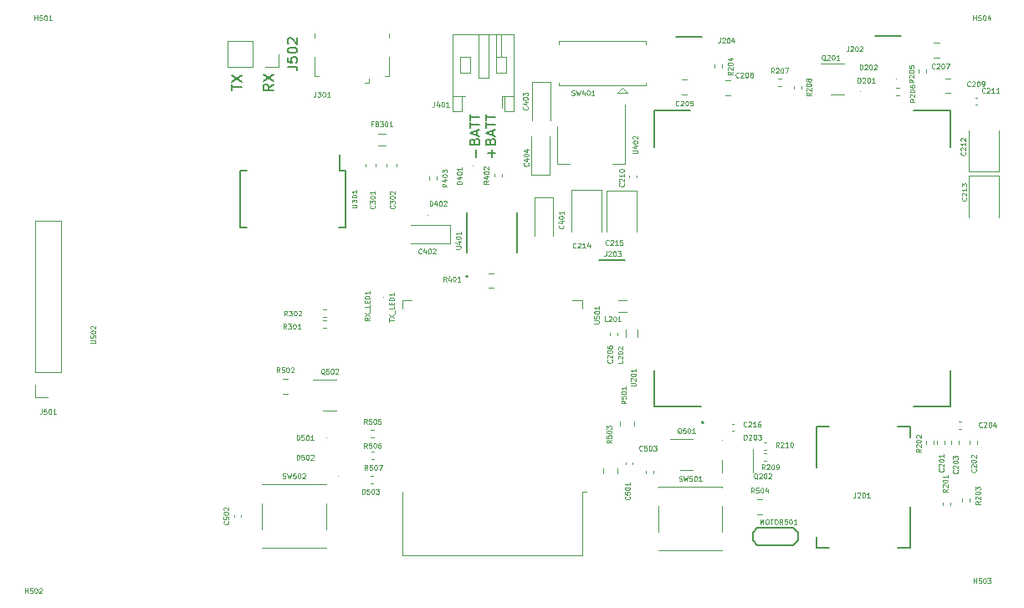
<source format=gto>
G04 #@! TF.GenerationSoftware,KiCad,Pcbnew,(6.0.1-0)*
G04 #@! TF.CreationDate,2023-01-13T10:30:12+06:00*
G04 #@! TF.ProjectId,ESP_GSM,4553505f-4753-44d2-9e6b-696361645f70,rev?*
G04 #@! TF.SameCoordinates,Original*
G04 #@! TF.FileFunction,Legend,Top*
G04 #@! TF.FilePolarity,Positive*
%FSLAX46Y46*%
G04 Gerber Fmt 4.6, Leading zero omitted, Abs format (unit mm)*
G04 Created by KiCad (PCBNEW (6.0.1-0)) date 2023-01-13 10:30:12*
%MOMM*%
%LPD*%
G01*
G04 APERTURE LIST*
%ADD10C,0.150000*%
%ADD11C,0.080000*%
%ADD12C,0.120000*%
%ADD13C,0.127000*%
%ADD14C,0.200000*%
%ADD15C,0.100000*%
G04 APERTURE END LIST*
D10*
X81562380Y-47811904D02*
X81562380Y-47240476D01*
X82562380Y-47526190D02*
X81562380Y-47526190D01*
X81562380Y-47002380D02*
X82562380Y-46335714D01*
X81562380Y-46335714D02*
X82562380Y-47002380D01*
X85782380Y-47216666D02*
X85306190Y-47550000D01*
X85782380Y-47788095D02*
X84782380Y-47788095D01*
X84782380Y-47407142D01*
X84830000Y-47311904D01*
X84877619Y-47264285D01*
X84972857Y-47216666D01*
X85115714Y-47216666D01*
X85210952Y-47264285D01*
X85258571Y-47311904D01*
X85306190Y-47407142D01*
X85306190Y-47788095D01*
X84782380Y-46883333D02*
X85782380Y-46216666D01*
X84782380Y-46216666D02*
X85782380Y-46883333D01*
X106306428Y-54561428D02*
X106306428Y-53799523D01*
X106163571Y-52990000D02*
X106211190Y-52847142D01*
X106258809Y-52799523D01*
X106354047Y-52751904D01*
X106496904Y-52751904D01*
X106592142Y-52799523D01*
X106639761Y-52847142D01*
X106687380Y-52942380D01*
X106687380Y-53323333D01*
X105687380Y-53323333D01*
X105687380Y-52990000D01*
X105735000Y-52894761D01*
X105782619Y-52847142D01*
X105877857Y-52799523D01*
X105973095Y-52799523D01*
X106068333Y-52847142D01*
X106115952Y-52894761D01*
X106163571Y-52990000D01*
X106163571Y-53323333D01*
X106401666Y-52370952D02*
X106401666Y-51894761D01*
X106687380Y-52466190D02*
X105687380Y-52132857D01*
X106687380Y-51799523D01*
X105687380Y-51609047D02*
X105687380Y-51037619D01*
X106687380Y-51323333D02*
X105687380Y-51323333D01*
X105687380Y-50847142D02*
X105687380Y-50275714D01*
X106687380Y-50561428D02*
X105687380Y-50561428D01*
X107916428Y-54561428D02*
X107916428Y-53799523D01*
X108297380Y-54180476D02*
X107535476Y-54180476D01*
X107773571Y-52990000D02*
X107821190Y-52847142D01*
X107868809Y-52799523D01*
X107964047Y-52751904D01*
X108106904Y-52751904D01*
X108202142Y-52799523D01*
X108249761Y-52847142D01*
X108297380Y-52942380D01*
X108297380Y-53323333D01*
X107297380Y-53323333D01*
X107297380Y-52990000D01*
X107345000Y-52894761D01*
X107392619Y-52847142D01*
X107487857Y-52799523D01*
X107583095Y-52799523D01*
X107678333Y-52847142D01*
X107725952Y-52894761D01*
X107773571Y-52990000D01*
X107773571Y-53323333D01*
X108011666Y-52370952D02*
X108011666Y-51894761D01*
X108297380Y-52466190D02*
X107297380Y-52132857D01*
X108297380Y-51799523D01*
X107297380Y-51609047D02*
X107297380Y-51037619D01*
X108297380Y-51323333D02*
X107297380Y-51323333D01*
X107297380Y-50847142D02*
X107297380Y-50275714D01*
X108297380Y-50561428D02*
X107297380Y-50561428D01*
D11*
X140236190Y-48079523D02*
X139998095Y-48246190D01*
X140236190Y-48365238D02*
X139736190Y-48365238D01*
X139736190Y-48174761D01*
X139760000Y-48127142D01*
X139783809Y-48103333D01*
X139831428Y-48079523D01*
X139902857Y-48079523D01*
X139950476Y-48103333D01*
X139974285Y-48127142D01*
X139998095Y-48174761D01*
X139998095Y-48365238D01*
X139783809Y-47889047D02*
X139760000Y-47865238D01*
X139736190Y-47817619D01*
X139736190Y-47698571D01*
X139760000Y-47650952D01*
X139783809Y-47627142D01*
X139831428Y-47603333D01*
X139879047Y-47603333D01*
X139950476Y-47627142D01*
X140236190Y-47912857D01*
X140236190Y-47603333D01*
X139736190Y-47293809D02*
X139736190Y-47246190D01*
X139760000Y-47198571D01*
X139783809Y-47174761D01*
X139831428Y-47150952D01*
X139926666Y-47127142D01*
X140045714Y-47127142D01*
X140140952Y-47150952D01*
X140188571Y-47174761D01*
X140212380Y-47198571D01*
X140236190Y-47246190D01*
X140236190Y-47293809D01*
X140212380Y-47341428D01*
X140188571Y-47365238D01*
X140140952Y-47389047D01*
X140045714Y-47412857D01*
X139926666Y-47412857D01*
X139831428Y-47389047D01*
X139783809Y-47365238D01*
X139760000Y-47341428D01*
X139736190Y-47293809D01*
X139950476Y-46841428D02*
X139926666Y-46889047D01*
X139902857Y-46912857D01*
X139855238Y-46936666D01*
X139831428Y-46936666D01*
X139783809Y-46912857D01*
X139760000Y-46889047D01*
X139736190Y-46841428D01*
X139736190Y-46746190D01*
X139760000Y-46698571D01*
X139783809Y-46674761D01*
X139831428Y-46650952D01*
X139855238Y-46650952D01*
X139902857Y-46674761D01*
X139926666Y-46698571D01*
X139950476Y-46746190D01*
X139950476Y-46841428D01*
X139974285Y-46889047D01*
X139998095Y-46912857D01*
X140045714Y-46936666D01*
X140140952Y-46936666D01*
X140188571Y-46912857D01*
X140212380Y-46889047D01*
X140236190Y-46841428D01*
X140236190Y-46746190D01*
X140212380Y-46698571D01*
X140188571Y-46674761D01*
X140140952Y-46650952D01*
X140045714Y-46650952D01*
X139998095Y-46674761D01*
X139974285Y-46698571D01*
X139950476Y-46746190D01*
X122166190Y-54187142D02*
X122570952Y-54187142D01*
X122618571Y-54163333D01*
X122642380Y-54139523D01*
X122666190Y-54091904D01*
X122666190Y-53996666D01*
X122642380Y-53949047D01*
X122618571Y-53925238D01*
X122570952Y-53901428D01*
X122166190Y-53901428D01*
X122332857Y-53449047D02*
X122666190Y-53449047D01*
X122142380Y-53568095D02*
X122499523Y-53687142D01*
X122499523Y-53377619D01*
X122166190Y-53091904D02*
X122166190Y-53044285D01*
X122190000Y-52996666D01*
X122213809Y-52972857D01*
X122261428Y-52949047D01*
X122356666Y-52925238D01*
X122475714Y-52925238D01*
X122570952Y-52949047D01*
X122618571Y-52972857D01*
X122642380Y-52996666D01*
X122666190Y-53044285D01*
X122666190Y-53091904D01*
X122642380Y-53139523D01*
X122618571Y-53163333D01*
X122570952Y-53187142D01*
X122475714Y-53210952D01*
X122356666Y-53210952D01*
X122261428Y-53187142D01*
X122213809Y-53163333D01*
X122190000Y-53139523D01*
X122166190Y-53091904D01*
X122213809Y-52734761D02*
X122190000Y-52710952D01*
X122166190Y-52663333D01*
X122166190Y-52544285D01*
X122190000Y-52496666D01*
X122213809Y-52472857D01*
X122261428Y-52449047D01*
X122309047Y-52449047D01*
X122380476Y-52472857D01*
X122666190Y-52758571D01*
X122666190Y-52449047D01*
X86440476Y-76376190D02*
X86273809Y-76138095D01*
X86154761Y-76376190D02*
X86154761Y-75876190D01*
X86345238Y-75876190D01*
X86392857Y-75900000D01*
X86416666Y-75923809D01*
X86440476Y-75971428D01*
X86440476Y-76042857D01*
X86416666Y-76090476D01*
X86392857Y-76114285D01*
X86345238Y-76138095D01*
X86154761Y-76138095D01*
X86892857Y-75876190D02*
X86654761Y-75876190D01*
X86630952Y-76114285D01*
X86654761Y-76090476D01*
X86702380Y-76066666D01*
X86821428Y-76066666D01*
X86869047Y-76090476D01*
X86892857Y-76114285D01*
X86916666Y-76161904D01*
X86916666Y-76280952D01*
X86892857Y-76328571D01*
X86869047Y-76352380D01*
X86821428Y-76376190D01*
X86702380Y-76376190D01*
X86654761Y-76352380D01*
X86630952Y-76328571D01*
X87226190Y-75876190D02*
X87273809Y-75876190D01*
X87321428Y-75900000D01*
X87345238Y-75923809D01*
X87369047Y-75971428D01*
X87392857Y-76066666D01*
X87392857Y-76185714D01*
X87369047Y-76280952D01*
X87345238Y-76328571D01*
X87321428Y-76352380D01*
X87273809Y-76376190D01*
X87226190Y-76376190D01*
X87178571Y-76352380D01*
X87154761Y-76328571D01*
X87130952Y-76280952D01*
X87107142Y-76185714D01*
X87107142Y-76066666D01*
X87130952Y-75971428D01*
X87154761Y-75923809D01*
X87178571Y-75900000D01*
X87226190Y-75876190D01*
X87583333Y-75923809D02*
X87607142Y-75900000D01*
X87654761Y-75876190D01*
X87773809Y-75876190D01*
X87821428Y-75900000D01*
X87845238Y-75923809D01*
X87869047Y-75971428D01*
X87869047Y-76019047D01*
X87845238Y-76090476D01*
X87559523Y-76376190D01*
X87869047Y-76376190D01*
X121966190Y-77747142D02*
X122370952Y-77747142D01*
X122418571Y-77723333D01*
X122442380Y-77699523D01*
X122466190Y-77651904D01*
X122466190Y-77556666D01*
X122442380Y-77509047D01*
X122418571Y-77485238D01*
X122370952Y-77461428D01*
X121966190Y-77461428D01*
X122013809Y-77247142D02*
X121990000Y-77223333D01*
X121966190Y-77175714D01*
X121966190Y-77056666D01*
X121990000Y-77009047D01*
X122013809Y-76985238D01*
X122061428Y-76961428D01*
X122109047Y-76961428D01*
X122180476Y-76985238D01*
X122466190Y-77270952D01*
X122466190Y-76961428D01*
X121966190Y-76651904D02*
X121966190Y-76604285D01*
X121990000Y-76556666D01*
X122013809Y-76532857D01*
X122061428Y-76509047D01*
X122156666Y-76485238D01*
X122275714Y-76485238D01*
X122370952Y-76509047D01*
X122418571Y-76532857D01*
X122442380Y-76556666D01*
X122466190Y-76604285D01*
X122466190Y-76651904D01*
X122442380Y-76699523D01*
X122418571Y-76723333D01*
X122370952Y-76747142D01*
X122275714Y-76770952D01*
X122156666Y-76770952D01*
X122061428Y-76747142D01*
X122013809Y-76723333D01*
X121990000Y-76699523D01*
X121966190Y-76651904D01*
X122466190Y-76009047D02*
X122466190Y-76294761D01*
X122466190Y-76151904D02*
X121966190Y-76151904D01*
X122037619Y-76199523D01*
X122085238Y-76247142D01*
X122109047Y-76294761D01*
X151356190Y-84139523D02*
X151118095Y-84306190D01*
X151356190Y-84425238D02*
X150856190Y-84425238D01*
X150856190Y-84234761D01*
X150880000Y-84187142D01*
X150903809Y-84163333D01*
X150951428Y-84139523D01*
X151022857Y-84139523D01*
X151070476Y-84163333D01*
X151094285Y-84187142D01*
X151118095Y-84234761D01*
X151118095Y-84425238D01*
X150903809Y-83949047D02*
X150880000Y-83925238D01*
X150856190Y-83877619D01*
X150856190Y-83758571D01*
X150880000Y-83710952D01*
X150903809Y-83687142D01*
X150951428Y-83663333D01*
X150999047Y-83663333D01*
X151070476Y-83687142D01*
X151356190Y-83972857D01*
X151356190Y-83663333D01*
X150856190Y-83353809D02*
X150856190Y-83306190D01*
X150880000Y-83258571D01*
X150903809Y-83234761D01*
X150951428Y-83210952D01*
X151046666Y-83187142D01*
X151165714Y-83187142D01*
X151260952Y-83210952D01*
X151308571Y-83234761D01*
X151332380Y-83258571D01*
X151356190Y-83306190D01*
X151356190Y-83353809D01*
X151332380Y-83401428D01*
X151308571Y-83425238D01*
X151260952Y-83449047D01*
X151165714Y-83472857D01*
X151046666Y-83472857D01*
X150951428Y-83449047D01*
X150903809Y-83425238D01*
X150880000Y-83401428D01*
X150856190Y-83353809D01*
X150903809Y-82996666D02*
X150880000Y-82972857D01*
X150856190Y-82925238D01*
X150856190Y-82806190D01*
X150880000Y-82758571D01*
X150903809Y-82734761D01*
X150951428Y-82710952D01*
X150999047Y-82710952D01*
X151070476Y-82734761D01*
X151356190Y-83020476D01*
X151356190Y-82710952D01*
X131007142Y-42516190D02*
X131007142Y-42873333D01*
X130983333Y-42944761D01*
X130935714Y-42992380D01*
X130864285Y-43016190D01*
X130816666Y-43016190D01*
X131221428Y-42563809D02*
X131245238Y-42540000D01*
X131292857Y-42516190D01*
X131411904Y-42516190D01*
X131459523Y-42540000D01*
X131483333Y-42563809D01*
X131507142Y-42611428D01*
X131507142Y-42659047D01*
X131483333Y-42730476D01*
X131197619Y-43016190D01*
X131507142Y-43016190D01*
X131816666Y-42516190D02*
X131864285Y-42516190D01*
X131911904Y-42540000D01*
X131935714Y-42563809D01*
X131959523Y-42611428D01*
X131983333Y-42706666D01*
X131983333Y-42825714D01*
X131959523Y-42920952D01*
X131935714Y-42968571D01*
X131911904Y-42992380D01*
X131864285Y-43016190D01*
X131816666Y-43016190D01*
X131769047Y-42992380D01*
X131745238Y-42968571D01*
X131721428Y-42920952D01*
X131697619Y-42825714D01*
X131697619Y-42706666D01*
X131721428Y-42611428D01*
X131745238Y-42563809D01*
X131769047Y-42540000D01*
X131816666Y-42516190D01*
X132411904Y-42682857D02*
X132411904Y-43016190D01*
X132292857Y-42492380D02*
X132173809Y-42849523D01*
X132483333Y-42849523D01*
X95340476Y-86246190D02*
X95173809Y-86008095D01*
X95054761Y-86246190D02*
X95054761Y-85746190D01*
X95245238Y-85746190D01*
X95292857Y-85770000D01*
X95316666Y-85793809D01*
X95340476Y-85841428D01*
X95340476Y-85912857D01*
X95316666Y-85960476D01*
X95292857Y-85984285D01*
X95245238Y-86008095D01*
X95054761Y-86008095D01*
X95792857Y-85746190D02*
X95554761Y-85746190D01*
X95530952Y-85984285D01*
X95554761Y-85960476D01*
X95602380Y-85936666D01*
X95721428Y-85936666D01*
X95769047Y-85960476D01*
X95792857Y-85984285D01*
X95816666Y-86031904D01*
X95816666Y-86150952D01*
X95792857Y-86198571D01*
X95769047Y-86222380D01*
X95721428Y-86246190D01*
X95602380Y-86246190D01*
X95554761Y-86222380D01*
X95530952Y-86198571D01*
X96126190Y-85746190D02*
X96173809Y-85746190D01*
X96221428Y-85770000D01*
X96245238Y-85793809D01*
X96269047Y-85841428D01*
X96292857Y-85936666D01*
X96292857Y-86055714D01*
X96269047Y-86150952D01*
X96245238Y-86198571D01*
X96221428Y-86222380D01*
X96173809Y-86246190D01*
X96126190Y-86246190D01*
X96078571Y-86222380D01*
X96054761Y-86198571D01*
X96030952Y-86150952D01*
X96007142Y-86055714D01*
X96007142Y-85936666D01*
X96030952Y-85841428D01*
X96054761Y-85793809D01*
X96078571Y-85770000D01*
X96126190Y-85746190D01*
X96459523Y-85746190D02*
X96792857Y-85746190D01*
X96578571Y-86246190D01*
X155918571Y-58689523D02*
X155942380Y-58713333D01*
X155966190Y-58784761D01*
X155966190Y-58832380D01*
X155942380Y-58903809D01*
X155894761Y-58951428D01*
X155847142Y-58975238D01*
X155751904Y-58999047D01*
X155680476Y-58999047D01*
X155585238Y-58975238D01*
X155537619Y-58951428D01*
X155490000Y-58903809D01*
X155466190Y-58832380D01*
X155466190Y-58784761D01*
X155490000Y-58713333D01*
X155513809Y-58689523D01*
X155513809Y-58499047D02*
X155490000Y-58475238D01*
X155466190Y-58427619D01*
X155466190Y-58308571D01*
X155490000Y-58260952D01*
X155513809Y-58237142D01*
X155561428Y-58213333D01*
X155609047Y-58213333D01*
X155680476Y-58237142D01*
X155966190Y-58522857D01*
X155966190Y-58213333D01*
X155966190Y-57737142D02*
X155966190Y-58022857D01*
X155966190Y-57880000D02*
X155466190Y-57880000D01*
X155537619Y-57927619D01*
X155585238Y-57975238D01*
X155609047Y-58022857D01*
X155466190Y-57570476D02*
X155466190Y-57260952D01*
X155656666Y-57427619D01*
X155656666Y-57356190D01*
X155680476Y-57308571D01*
X155704285Y-57284761D01*
X155751904Y-57260952D01*
X155870952Y-57260952D01*
X155918571Y-57284761D01*
X155942380Y-57308571D01*
X155966190Y-57356190D01*
X155966190Y-57499047D01*
X155942380Y-57546666D01*
X155918571Y-57570476D01*
X61642857Y-40726190D02*
X61642857Y-40226190D01*
X61642857Y-40464285D02*
X61928571Y-40464285D01*
X61928571Y-40726190D02*
X61928571Y-40226190D01*
X62404761Y-40226190D02*
X62166666Y-40226190D01*
X62142857Y-40464285D01*
X62166666Y-40440476D01*
X62214285Y-40416666D01*
X62333333Y-40416666D01*
X62380952Y-40440476D01*
X62404761Y-40464285D01*
X62428571Y-40511904D01*
X62428571Y-40630952D01*
X62404761Y-40678571D01*
X62380952Y-40702380D01*
X62333333Y-40726190D01*
X62214285Y-40726190D01*
X62166666Y-40702380D01*
X62142857Y-40678571D01*
X62738095Y-40226190D02*
X62785714Y-40226190D01*
X62833333Y-40250000D01*
X62857142Y-40273809D01*
X62880952Y-40321428D01*
X62904761Y-40416666D01*
X62904761Y-40535714D01*
X62880952Y-40630952D01*
X62857142Y-40678571D01*
X62833333Y-40702380D01*
X62785714Y-40726190D01*
X62738095Y-40726190D01*
X62690476Y-40702380D01*
X62666666Y-40678571D01*
X62642857Y-40630952D01*
X62619047Y-40535714D01*
X62619047Y-40416666D01*
X62642857Y-40321428D01*
X62666666Y-40273809D01*
X62690476Y-40250000D01*
X62738095Y-40226190D01*
X63380952Y-40726190D02*
X63095238Y-40726190D01*
X63238095Y-40726190D02*
X63238095Y-40226190D01*
X63190476Y-40297619D01*
X63142857Y-40345238D01*
X63095238Y-40369047D01*
X155028571Y-86279523D02*
X155052380Y-86303333D01*
X155076190Y-86374761D01*
X155076190Y-86422380D01*
X155052380Y-86493809D01*
X155004761Y-86541428D01*
X154957142Y-86565238D01*
X154861904Y-86589047D01*
X154790476Y-86589047D01*
X154695238Y-86565238D01*
X154647619Y-86541428D01*
X154600000Y-86493809D01*
X154576190Y-86422380D01*
X154576190Y-86374761D01*
X154600000Y-86303333D01*
X154623809Y-86279523D01*
X154623809Y-86089047D02*
X154600000Y-86065238D01*
X154576190Y-86017619D01*
X154576190Y-85898571D01*
X154600000Y-85850952D01*
X154623809Y-85827142D01*
X154671428Y-85803333D01*
X154719047Y-85803333D01*
X154790476Y-85827142D01*
X155076190Y-86112857D01*
X155076190Y-85803333D01*
X154576190Y-85493809D02*
X154576190Y-85446190D01*
X154600000Y-85398571D01*
X154623809Y-85374761D01*
X154671428Y-85350952D01*
X154766666Y-85327142D01*
X154885714Y-85327142D01*
X154980952Y-85350952D01*
X155028571Y-85374761D01*
X155052380Y-85398571D01*
X155076190Y-85446190D01*
X155076190Y-85493809D01*
X155052380Y-85541428D01*
X155028571Y-85565238D01*
X154980952Y-85589047D01*
X154885714Y-85612857D01*
X154766666Y-85612857D01*
X154671428Y-85589047D01*
X154623809Y-85565238D01*
X154600000Y-85541428D01*
X154576190Y-85493809D01*
X154576190Y-85160476D02*
X154576190Y-84850952D01*
X154766666Y-85017619D01*
X154766666Y-84946190D01*
X154790476Y-84898571D01*
X154814285Y-84874761D01*
X154861904Y-84850952D01*
X154980952Y-84850952D01*
X155028571Y-84874761D01*
X155052380Y-84898571D01*
X155076190Y-84946190D01*
X155076190Y-85089047D01*
X155052380Y-85136666D01*
X155028571Y-85160476D01*
X121844571Y-88951523D02*
X121868380Y-88975333D01*
X121892190Y-89046761D01*
X121892190Y-89094380D01*
X121868380Y-89165809D01*
X121820761Y-89213428D01*
X121773142Y-89237238D01*
X121677904Y-89261047D01*
X121606476Y-89261047D01*
X121511238Y-89237238D01*
X121463619Y-89213428D01*
X121416000Y-89165809D01*
X121392190Y-89094380D01*
X121392190Y-89046761D01*
X121416000Y-88975333D01*
X121439809Y-88951523D01*
X121392190Y-88499142D02*
X121392190Y-88737238D01*
X121630285Y-88761047D01*
X121606476Y-88737238D01*
X121582666Y-88689619D01*
X121582666Y-88570571D01*
X121606476Y-88522952D01*
X121630285Y-88499142D01*
X121677904Y-88475333D01*
X121796952Y-88475333D01*
X121844571Y-88499142D01*
X121868380Y-88522952D01*
X121892190Y-88570571D01*
X121892190Y-88689619D01*
X121868380Y-88737238D01*
X121844571Y-88761047D01*
X121392190Y-88165809D02*
X121392190Y-88118190D01*
X121416000Y-88070571D01*
X121439809Y-88046761D01*
X121487428Y-88022952D01*
X121582666Y-87999142D01*
X121701714Y-87999142D01*
X121796952Y-88022952D01*
X121844571Y-88046761D01*
X121868380Y-88070571D01*
X121892190Y-88118190D01*
X121892190Y-88165809D01*
X121868380Y-88213428D01*
X121844571Y-88237238D01*
X121796952Y-88261047D01*
X121701714Y-88284857D01*
X121582666Y-88284857D01*
X121487428Y-88261047D01*
X121439809Y-88237238D01*
X121416000Y-88213428D01*
X121392190Y-88165809D01*
X121892190Y-87522952D02*
X121892190Y-87808666D01*
X121892190Y-87665809D02*
X121392190Y-87665809D01*
X121463619Y-87713428D01*
X121511238Y-87761047D01*
X121535047Y-87808666D01*
X156652857Y-97716190D02*
X156652857Y-97216190D01*
X156652857Y-97454285D02*
X156938571Y-97454285D01*
X156938571Y-97716190D02*
X156938571Y-97216190D01*
X157414761Y-97216190D02*
X157176666Y-97216190D01*
X157152857Y-97454285D01*
X157176666Y-97430476D01*
X157224285Y-97406666D01*
X157343333Y-97406666D01*
X157390952Y-97430476D01*
X157414761Y-97454285D01*
X157438571Y-97501904D01*
X157438571Y-97620952D01*
X157414761Y-97668571D01*
X157390952Y-97692380D01*
X157343333Y-97716190D01*
X157224285Y-97716190D01*
X157176666Y-97692380D01*
X157152857Y-97668571D01*
X157748095Y-97216190D02*
X157795714Y-97216190D01*
X157843333Y-97240000D01*
X157867142Y-97263809D01*
X157890952Y-97311428D01*
X157914761Y-97406666D01*
X157914761Y-97525714D01*
X157890952Y-97620952D01*
X157867142Y-97668571D01*
X157843333Y-97692380D01*
X157795714Y-97716190D01*
X157748095Y-97716190D01*
X157700476Y-97692380D01*
X157676666Y-97668571D01*
X157652857Y-97620952D01*
X157629047Y-97525714D01*
X157629047Y-97406666D01*
X157652857Y-97311428D01*
X157676666Y-97263809D01*
X157700476Y-97240000D01*
X157748095Y-97216190D01*
X158081428Y-97216190D02*
X158390952Y-97216190D01*
X158224285Y-97406666D01*
X158295714Y-97406666D01*
X158343333Y-97430476D01*
X158367142Y-97454285D01*
X158390952Y-97501904D01*
X158390952Y-97620952D01*
X158367142Y-97668571D01*
X158343333Y-97692380D01*
X158295714Y-97716190D01*
X158152857Y-97716190D01*
X158105238Y-97692380D01*
X158081428Y-97668571D01*
X133680476Y-81838571D02*
X133656666Y-81862380D01*
X133585238Y-81886190D01*
X133537619Y-81886190D01*
X133466190Y-81862380D01*
X133418571Y-81814761D01*
X133394761Y-81767142D01*
X133370952Y-81671904D01*
X133370952Y-81600476D01*
X133394761Y-81505238D01*
X133418571Y-81457619D01*
X133466190Y-81410000D01*
X133537619Y-81386190D01*
X133585238Y-81386190D01*
X133656666Y-81410000D01*
X133680476Y-81433809D01*
X133870952Y-81433809D02*
X133894761Y-81410000D01*
X133942380Y-81386190D01*
X134061428Y-81386190D01*
X134109047Y-81410000D01*
X134132857Y-81433809D01*
X134156666Y-81481428D01*
X134156666Y-81529047D01*
X134132857Y-81600476D01*
X133847142Y-81886190D01*
X134156666Y-81886190D01*
X134632857Y-81886190D02*
X134347142Y-81886190D01*
X134490000Y-81886190D02*
X134490000Y-81386190D01*
X134442380Y-81457619D01*
X134394761Y-81505238D01*
X134347142Y-81529047D01*
X135061428Y-81386190D02*
X134966190Y-81386190D01*
X134918571Y-81410000D01*
X134894761Y-81433809D01*
X134847142Y-81505238D01*
X134823333Y-81600476D01*
X134823333Y-81790952D01*
X134847142Y-81838571D01*
X134870952Y-81862380D01*
X134918571Y-81886190D01*
X135013809Y-81886190D01*
X135061428Y-81862380D01*
X135085238Y-81838571D01*
X135109047Y-81790952D01*
X135109047Y-81671904D01*
X135085238Y-81624285D01*
X135061428Y-81600476D01*
X135013809Y-81576666D01*
X134918571Y-81576666D01*
X134870952Y-81600476D01*
X134847142Y-81624285D01*
X134823333Y-81671904D01*
X136470476Y-46076190D02*
X136303809Y-45838095D01*
X136184761Y-46076190D02*
X136184761Y-45576190D01*
X136375238Y-45576190D01*
X136422857Y-45600000D01*
X136446666Y-45623809D01*
X136470476Y-45671428D01*
X136470476Y-45742857D01*
X136446666Y-45790476D01*
X136422857Y-45814285D01*
X136375238Y-45838095D01*
X136184761Y-45838095D01*
X136660952Y-45623809D02*
X136684761Y-45600000D01*
X136732380Y-45576190D01*
X136851428Y-45576190D01*
X136899047Y-45600000D01*
X136922857Y-45623809D01*
X136946666Y-45671428D01*
X136946666Y-45719047D01*
X136922857Y-45790476D01*
X136637142Y-46076190D01*
X136946666Y-46076190D01*
X137256190Y-45576190D02*
X137303809Y-45576190D01*
X137351428Y-45600000D01*
X137375238Y-45623809D01*
X137399047Y-45671428D01*
X137422857Y-45766666D01*
X137422857Y-45885714D01*
X137399047Y-45980952D01*
X137375238Y-46028571D01*
X137351428Y-46052380D01*
X137303809Y-46076190D01*
X137256190Y-46076190D01*
X137208571Y-46052380D01*
X137184761Y-46028571D01*
X137160952Y-45980952D01*
X137137142Y-45885714D01*
X137137142Y-45766666D01*
X137160952Y-45671428D01*
X137184761Y-45623809D01*
X137208571Y-45600000D01*
X137256190Y-45576190D01*
X137589523Y-45576190D02*
X137922857Y-45576190D01*
X137708571Y-46076190D01*
X156642857Y-40726190D02*
X156642857Y-40226190D01*
X156642857Y-40464285D02*
X156928571Y-40464285D01*
X156928571Y-40726190D02*
X156928571Y-40226190D01*
X157404761Y-40226190D02*
X157166666Y-40226190D01*
X157142857Y-40464285D01*
X157166666Y-40440476D01*
X157214285Y-40416666D01*
X157333333Y-40416666D01*
X157380952Y-40440476D01*
X157404761Y-40464285D01*
X157428571Y-40511904D01*
X157428571Y-40630952D01*
X157404761Y-40678571D01*
X157380952Y-40702380D01*
X157333333Y-40726190D01*
X157214285Y-40726190D01*
X157166666Y-40702380D01*
X157142857Y-40678571D01*
X157738095Y-40226190D02*
X157785714Y-40226190D01*
X157833333Y-40250000D01*
X157857142Y-40273809D01*
X157880952Y-40321428D01*
X157904761Y-40416666D01*
X157904761Y-40535714D01*
X157880952Y-40630952D01*
X157857142Y-40678571D01*
X157833333Y-40702380D01*
X157785714Y-40726190D01*
X157738095Y-40726190D01*
X157690476Y-40702380D01*
X157666666Y-40678571D01*
X157642857Y-40630952D01*
X157619047Y-40535714D01*
X157619047Y-40416666D01*
X157642857Y-40321428D01*
X157666666Y-40273809D01*
X157690476Y-40250000D01*
X157738095Y-40226190D01*
X158333333Y-40392857D02*
X158333333Y-40726190D01*
X158214285Y-40202380D02*
X158095238Y-40559523D01*
X158404761Y-40559523D01*
X121506190Y-79239523D02*
X121268095Y-79406190D01*
X121506190Y-79525238D02*
X121006190Y-79525238D01*
X121006190Y-79334761D01*
X121030000Y-79287142D01*
X121053809Y-79263333D01*
X121101428Y-79239523D01*
X121172857Y-79239523D01*
X121220476Y-79263333D01*
X121244285Y-79287142D01*
X121268095Y-79334761D01*
X121268095Y-79525238D01*
X121006190Y-78787142D02*
X121006190Y-79025238D01*
X121244285Y-79049047D01*
X121220476Y-79025238D01*
X121196666Y-78977619D01*
X121196666Y-78858571D01*
X121220476Y-78810952D01*
X121244285Y-78787142D01*
X121291904Y-78763333D01*
X121410952Y-78763333D01*
X121458571Y-78787142D01*
X121482380Y-78810952D01*
X121506190Y-78858571D01*
X121506190Y-78977619D01*
X121482380Y-79025238D01*
X121458571Y-79049047D01*
X121006190Y-78453809D02*
X121006190Y-78406190D01*
X121030000Y-78358571D01*
X121053809Y-78334761D01*
X121101428Y-78310952D01*
X121196666Y-78287142D01*
X121315714Y-78287142D01*
X121410952Y-78310952D01*
X121458571Y-78334761D01*
X121482380Y-78358571D01*
X121506190Y-78406190D01*
X121506190Y-78453809D01*
X121482380Y-78501428D01*
X121458571Y-78525238D01*
X121410952Y-78549047D01*
X121315714Y-78572857D01*
X121196666Y-78572857D01*
X121101428Y-78549047D01*
X121053809Y-78525238D01*
X121030000Y-78501428D01*
X121006190Y-78453809D01*
X121506190Y-77810952D02*
X121506190Y-78096666D01*
X121506190Y-77953809D02*
X121006190Y-77953809D01*
X121077619Y-78001428D01*
X121125238Y-78049047D01*
X121149047Y-78096666D01*
X157336190Y-89419523D02*
X157098095Y-89586190D01*
X157336190Y-89705238D02*
X156836190Y-89705238D01*
X156836190Y-89514761D01*
X156860000Y-89467142D01*
X156883809Y-89443333D01*
X156931428Y-89419523D01*
X157002857Y-89419523D01*
X157050476Y-89443333D01*
X157074285Y-89467142D01*
X157098095Y-89514761D01*
X157098095Y-89705238D01*
X156883809Y-89229047D02*
X156860000Y-89205238D01*
X156836190Y-89157619D01*
X156836190Y-89038571D01*
X156860000Y-88990952D01*
X156883809Y-88967142D01*
X156931428Y-88943333D01*
X156979047Y-88943333D01*
X157050476Y-88967142D01*
X157336190Y-89252857D01*
X157336190Y-88943333D01*
X156836190Y-88633809D02*
X156836190Y-88586190D01*
X156860000Y-88538571D01*
X156883809Y-88514761D01*
X156931428Y-88490952D01*
X157026666Y-88467142D01*
X157145714Y-88467142D01*
X157240952Y-88490952D01*
X157288571Y-88514761D01*
X157312380Y-88538571D01*
X157336190Y-88586190D01*
X157336190Y-88633809D01*
X157312380Y-88681428D01*
X157288571Y-88705238D01*
X157240952Y-88729047D01*
X157145714Y-88752857D01*
X157026666Y-88752857D01*
X156931428Y-88729047D01*
X156883809Y-88705238D01*
X156860000Y-88681428D01*
X156836190Y-88633809D01*
X156836190Y-88300476D02*
X156836190Y-87990952D01*
X157026666Y-88157619D01*
X157026666Y-88086190D01*
X157050476Y-88038571D01*
X157074285Y-88014761D01*
X157121904Y-87990952D01*
X157240952Y-87990952D01*
X157288571Y-88014761D01*
X157312380Y-88038571D01*
X157336190Y-88086190D01*
X157336190Y-88229047D01*
X157312380Y-88276666D01*
X157288571Y-88300476D01*
X121166190Y-75149523D02*
X121166190Y-75387619D01*
X120666190Y-75387619D01*
X120713809Y-75006666D02*
X120690000Y-74982857D01*
X120666190Y-74935238D01*
X120666190Y-74816190D01*
X120690000Y-74768571D01*
X120713809Y-74744761D01*
X120761428Y-74720952D01*
X120809047Y-74720952D01*
X120880476Y-74744761D01*
X121166190Y-75030476D01*
X121166190Y-74720952D01*
X120666190Y-74411428D02*
X120666190Y-74363809D01*
X120690000Y-74316190D01*
X120713809Y-74292380D01*
X120761428Y-74268571D01*
X120856666Y-74244761D01*
X120975714Y-74244761D01*
X121070952Y-74268571D01*
X121118571Y-74292380D01*
X121142380Y-74316190D01*
X121166190Y-74363809D01*
X121166190Y-74411428D01*
X121142380Y-74459047D01*
X121118571Y-74482857D01*
X121070952Y-74506666D01*
X120975714Y-74530476D01*
X120856666Y-74530476D01*
X120761428Y-74506666D01*
X120713809Y-74482857D01*
X120690000Y-74459047D01*
X120666190Y-74411428D01*
X120713809Y-74054285D02*
X120690000Y-74030476D01*
X120666190Y-73982857D01*
X120666190Y-73863809D01*
X120690000Y-73816190D01*
X120713809Y-73792380D01*
X120761428Y-73768571D01*
X120809047Y-73768571D01*
X120880476Y-73792380D01*
X121166190Y-74078095D01*
X121166190Y-73768571D01*
X95270476Y-84026190D02*
X95103809Y-83788095D01*
X94984761Y-84026190D02*
X94984761Y-83526190D01*
X95175238Y-83526190D01*
X95222857Y-83550000D01*
X95246666Y-83573809D01*
X95270476Y-83621428D01*
X95270476Y-83692857D01*
X95246666Y-83740476D01*
X95222857Y-83764285D01*
X95175238Y-83788095D01*
X94984761Y-83788095D01*
X95722857Y-83526190D02*
X95484761Y-83526190D01*
X95460952Y-83764285D01*
X95484761Y-83740476D01*
X95532380Y-83716666D01*
X95651428Y-83716666D01*
X95699047Y-83740476D01*
X95722857Y-83764285D01*
X95746666Y-83811904D01*
X95746666Y-83930952D01*
X95722857Y-83978571D01*
X95699047Y-84002380D01*
X95651428Y-84026190D01*
X95532380Y-84026190D01*
X95484761Y-84002380D01*
X95460952Y-83978571D01*
X96056190Y-83526190D02*
X96103809Y-83526190D01*
X96151428Y-83550000D01*
X96175238Y-83573809D01*
X96199047Y-83621428D01*
X96222857Y-83716666D01*
X96222857Y-83835714D01*
X96199047Y-83930952D01*
X96175238Y-83978571D01*
X96151428Y-84002380D01*
X96103809Y-84026190D01*
X96056190Y-84026190D01*
X96008571Y-84002380D01*
X95984761Y-83978571D01*
X95960952Y-83930952D01*
X95937142Y-83835714D01*
X95937142Y-83716666D01*
X95960952Y-83621428D01*
X95984761Y-83573809D01*
X96008571Y-83550000D01*
X96056190Y-83526190D01*
X96651428Y-83526190D02*
X96556190Y-83526190D01*
X96508571Y-83550000D01*
X96484761Y-83573809D01*
X96437142Y-83645238D01*
X96413333Y-83740476D01*
X96413333Y-83930952D01*
X96437142Y-83978571D01*
X96460952Y-84002380D01*
X96508571Y-84026190D01*
X96603809Y-84026190D01*
X96651428Y-84002380D01*
X96675238Y-83978571D01*
X96699047Y-83930952D01*
X96699047Y-83811904D01*
X96675238Y-83764285D01*
X96651428Y-83740476D01*
X96603809Y-83716666D01*
X96508571Y-83716666D01*
X96460952Y-83740476D01*
X96437142Y-83764285D01*
X96413333Y-83811904D01*
X90077142Y-47981190D02*
X90077142Y-48338333D01*
X90053333Y-48409761D01*
X90005714Y-48457380D01*
X89934285Y-48481190D01*
X89886666Y-48481190D01*
X90267619Y-47981190D02*
X90577142Y-47981190D01*
X90410476Y-48171666D01*
X90481904Y-48171666D01*
X90529523Y-48195476D01*
X90553333Y-48219285D01*
X90577142Y-48266904D01*
X90577142Y-48385952D01*
X90553333Y-48433571D01*
X90529523Y-48457380D01*
X90481904Y-48481190D01*
X90339047Y-48481190D01*
X90291428Y-48457380D01*
X90267619Y-48433571D01*
X90886666Y-47981190D02*
X90934285Y-47981190D01*
X90981904Y-48005000D01*
X91005714Y-48028809D01*
X91029523Y-48076428D01*
X91053333Y-48171666D01*
X91053333Y-48290714D01*
X91029523Y-48385952D01*
X91005714Y-48433571D01*
X90981904Y-48457380D01*
X90934285Y-48481190D01*
X90886666Y-48481190D01*
X90839047Y-48457380D01*
X90815238Y-48433571D01*
X90791428Y-48385952D01*
X90767619Y-48290714D01*
X90767619Y-48171666D01*
X90791428Y-48076428D01*
X90815238Y-48028809D01*
X90839047Y-48005000D01*
X90886666Y-47981190D01*
X91529523Y-48481190D02*
X91243809Y-48481190D01*
X91386666Y-48481190D02*
X91386666Y-47981190D01*
X91339047Y-48052619D01*
X91291428Y-48100238D01*
X91243809Y-48124047D01*
X95536190Y-70830476D02*
X95298095Y-70997142D01*
X95536190Y-71116190D02*
X95036190Y-71116190D01*
X95036190Y-70925714D01*
X95060000Y-70878095D01*
X95083809Y-70854285D01*
X95131428Y-70830476D01*
X95202857Y-70830476D01*
X95250476Y-70854285D01*
X95274285Y-70878095D01*
X95298095Y-70925714D01*
X95298095Y-71116190D01*
X95036190Y-70663809D02*
X95536190Y-70330476D01*
X95036190Y-70330476D02*
X95536190Y-70663809D01*
X95583809Y-70259047D02*
X95583809Y-69878095D01*
X95536190Y-69520952D02*
X95536190Y-69759047D01*
X95036190Y-69759047D01*
X95274285Y-69354285D02*
X95274285Y-69187619D01*
X95536190Y-69116190D02*
X95536190Y-69354285D01*
X95036190Y-69354285D01*
X95036190Y-69116190D01*
X95536190Y-68901904D02*
X95036190Y-68901904D01*
X95036190Y-68782857D01*
X95060000Y-68711428D01*
X95107619Y-68663809D01*
X95155238Y-68640000D01*
X95250476Y-68616190D01*
X95321904Y-68616190D01*
X95417142Y-68640000D01*
X95464761Y-68663809D01*
X95512380Y-68711428D01*
X95536190Y-68782857D01*
X95536190Y-68901904D01*
X95536190Y-68140000D02*
X95536190Y-68425714D01*
X95536190Y-68282857D02*
X95036190Y-68282857D01*
X95107619Y-68330476D01*
X95155238Y-68378095D01*
X95179047Y-68425714D01*
X81218571Y-91459523D02*
X81242380Y-91483333D01*
X81266190Y-91554761D01*
X81266190Y-91602380D01*
X81242380Y-91673809D01*
X81194761Y-91721428D01*
X81147142Y-91745238D01*
X81051904Y-91769047D01*
X80980476Y-91769047D01*
X80885238Y-91745238D01*
X80837619Y-91721428D01*
X80790000Y-91673809D01*
X80766190Y-91602380D01*
X80766190Y-91554761D01*
X80790000Y-91483333D01*
X80813809Y-91459523D01*
X80766190Y-91007142D02*
X80766190Y-91245238D01*
X81004285Y-91269047D01*
X80980476Y-91245238D01*
X80956666Y-91197619D01*
X80956666Y-91078571D01*
X80980476Y-91030952D01*
X81004285Y-91007142D01*
X81051904Y-90983333D01*
X81170952Y-90983333D01*
X81218571Y-91007142D01*
X81242380Y-91030952D01*
X81266190Y-91078571D01*
X81266190Y-91197619D01*
X81242380Y-91245238D01*
X81218571Y-91269047D01*
X80766190Y-90673809D02*
X80766190Y-90626190D01*
X80790000Y-90578571D01*
X80813809Y-90554761D01*
X80861428Y-90530952D01*
X80956666Y-90507142D01*
X81075714Y-90507142D01*
X81170952Y-90530952D01*
X81218571Y-90554761D01*
X81242380Y-90578571D01*
X81266190Y-90626190D01*
X81266190Y-90673809D01*
X81242380Y-90721428D01*
X81218571Y-90745238D01*
X81170952Y-90769047D01*
X81075714Y-90792857D01*
X80956666Y-90792857D01*
X80861428Y-90769047D01*
X80813809Y-90745238D01*
X80790000Y-90721428D01*
X80766190Y-90673809D01*
X80813809Y-90316666D02*
X80790000Y-90292857D01*
X80766190Y-90245238D01*
X80766190Y-90126190D01*
X80790000Y-90078571D01*
X80813809Y-90054761D01*
X80861428Y-90030952D01*
X80909047Y-90030952D01*
X80980476Y-90054761D01*
X81266190Y-90340476D01*
X81266190Y-90030952D01*
X144697142Y-88566190D02*
X144697142Y-88923333D01*
X144673333Y-88994761D01*
X144625714Y-89042380D01*
X144554285Y-89066190D01*
X144506666Y-89066190D01*
X144911428Y-88613809D02*
X144935238Y-88590000D01*
X144982857Y-88566190D01*
X145101904Y-88566190D01*
X145149523Y-88590000D01*
X145173333Y-88613809D01*
X145197142Y-88661428D01*
X145197142Y-88709047D01*
X145173333Y-88780476D01*
X144887619Y-89066190D01*
X145197142Y-89066190D01*
X145506666Y-88566190D02*
X145554285Y-88566190D01*
X145601904Y-88590000D01*
X145625714Y-88613809D01*
X145649523Y-88661428D01*
X145673333Y-88756666D01*
X145673333Y-88875714D01*
X145649523Y-88970952D01*
X145625714Y-89018571D01*
X145601904Y-89042380D01*
X145554285Y-89066190D01*
X145506666Y-89066190D01*
X145459047Y-89042380D01*
X145435238Y-89018571D01*
X145411428Y-88970952D01*
X145387619Y-88875714D01*
X145387619Y-88756666D01*
X145411428Y-88661428D01*
X145435238Y-88613809D01*
X145459047Y-88590000D01*
X145506666Y-88566190D01*
X146149523Y-89066190D02*
X145863809Y-89066190D01*
X146006666Y-89066190D02*
X146006666Y-88566190D01*
X145959047Y-88637619D01*
X145911428Y-88685238D01*
X145863809Y-88709047D01*
X62357142Y-80096190D02*
X62357142Y-80453333D01*
X62333333Y-80524761D01*
X62285714Y-80572380D01*
X62214285Y-80596190D01*
X62166666Y-80596190D01*
X62833333Y-80096190D02*
X62595238Y-80096190D01*
X62571428Y-80334285D01*
X62595238Y-80310476D01*
X62642857Y-80286666D01*
X62761904Y-80286666D01*
X62809523Y-80310476D01*
X62833333Y-80334285D01*
X62857142Y-80381904D01*
X62857142Y-80500952D01*
X62833333Y-80548571D01*
X62809523Y-80572380D01*
X62761904Y-80596190D01*
X62642857Y-80596190D01*
X62595238Y-80572380D01*
X62571428Y-80548571D01*
X63166666Y-80096190D02*
X63214285Y-80096190D01*
X63261904Y-80120000D01*
X63285714Y-80143809D01*
X63309523Y-80191428D01*
X63333333Y-80286666D01*
X63333333Y-80405714D01*
X63309523Y-80500952D01*
X63285714Y-80548571D01*
X63261904Y-80572380D01*
X63214285Y-80596190D01*
X63166666Y-80596190D01*
X63119047Y-80572380D01*
X63095238Y-80548571D01*
X63071428Y-80500952D01*
X63047619Y-80405714D01*
X63047619Y-80286666D01*
X63071428Y-80191428D01*
X63095238Y-80143809D01*
X63119047Y-80120000D01*
X63166666Y-80096190D01*
X63809523Y-80596190D02*
X63523809Y-80596190D01*
X63666666Y-80596190D02*
X63666666Y-80096190D01*
X63619047Y-80167619D01*
X63571428Y-80215238D01*
X63523809Y-80239047D01*
X154026190Y-88189523D02*
X153788095Y-88356190D01*
X154026190Y-88475238D02*
X153526190Y-88475238D01*
X153526190Y-88284761D01*
X153550000Y-88237142D01*
X153573809Y-88213333D01*
X153621428Y-88189523D01*
X153692857Y-88189523D01*
X153740476Y-88213333D01*
X153764285Y-88237142D01*
X153788095Y-88284761D01*
X153788095Y-88475238D01*
X153573809Y-87999047D02*
X153550000Y-87975238D01*
X153526190Y-87927619D01*
X153526190Y-87808571D01*
X153550000Y-87760952D01*
X153573809Y-87737142D01*
X153621428Y-87713333D01*
X153669047Y-87713333D01*
X153740476Y-87737142D01*
X154026190Y-88022857D01*
X154026190Y-87713333D01*
X153526190Y-87403809D02*
X153526190Y-87356190D01*
X153550000Y-87308571D01*
X153573809Y-87284761D01*
X153621428Y-87260952D01*
X153716666Y-87237142D01*
X153835714Y-87237142D01*
X153930952Y-87260952D01*
X153978571Y-87284761D01*
X154002380Y-87308571D01*
X154026190Y-87356190D01*
X154026190Y-87403809D01*
X154002380Y-87451428D01*
X153978571Y-87475238D01*
X153930952Y-87499047D01*
X153835714Y-87522857D01*
X153716666Y-87522857D01*
X153621428Y-87499047D01*
X153573809Y-87475238D01*
X153550000Y-87451428D01*
X153526190Y-87403809D01*
X154026190Y-86760952D02*
X154026190Y-87046666D01*
X154026190Y-86903809D02*
X153526190Y-86903809D01*
X153597619Y-86951428D01*
X153645238Y-86999047D01*
X153669047Y-87046666D01*
X97536190Y-71248095D02*
X97536190Y-70962380D01*
X98036190Y-71105238D02*
X97536190Y-71105238D01*
X97536190Y-70843333D02*
X98036190Y-70510000D01*
X97536190Y-70510000D02*
X98036190Y-70843333D01*
X98083809Y-70438571D02*
X98083809Y-70057619D01*
X98036190Y-69700476D02*
X98036190Y-69938571D01*
X97536190Y-69938571D01*
X97774285Y-69533809D02*
X97774285Y-69367142D01*
X98036190Y-69295714D02*
X98036190Y-69533809D01*
X97536190Y-69533809D01*
X97536190Y-69295714D01*
X98036190Y-69081428D02*
X97536190Y-69081428D01*
X97536190Y-68962380D01*
X97560000Y-68890952D01*
X97607619Y-68843333D01*
X97655238Y-68819523D01*
X97750476Y-68795714D01*
X97821904Y-68795714D01*
X97917142Y-68819523D01*
X97964761Y-68843333D01*
X98012380Y-68890952D01*
X98036190Y-68962380D01*
X98036190Y-69081428D01*
X98036190Y-68319523D02*
X98036190Y-68605238D01*
X98036190Y-68462380D02*
X97536190Y-68462380D01*
X97607619Y-68510000D01*
X97655238Y-68557619D01*
X97679047Y-68605238D01*
X153588571Y-86109523D02*
X153612380Y-86133333D01*
X153636190Y-86204761D01*
X153636190Y-86252380D01*
X153612380Y-86323809D01*
X153564761Y-86371428D01*
X153517142Y-86395238D01*
X153421904Y-86419047D01*
X153350476Y-86419047D01*
X153255238Y-86395238D01*
X153207619Y-86371428D01*
X153160000Y-86323809D01*
X153136190Y-86252380D01*
X153136190Y-86204761D01*
X153160000Y-86133333D01*
X153183809Y-86109523D01*
X153183809Y-85919047D02*
X153160000Y-85895238D01*
X153136190Y-85847619D01*
X153136190Y-85728571D01*
X153160000Y-85680952D01*
X153183809Y-85657142D01*
X153231428Y-85633333D01*
X153279047Y-85633333D01*
X153350476Y-85657142D01*
X153636190Y-85942857D01*
X153636190Y-85633333D01*
X153136190Y-85323809D02*
X153136190Y-85276190D01*
X153160000Y-85228571D01*
X153183809Y-85204761D01*
X153231428Y-85180952D01*
X153326666Y-85157142D01*
X153445714Y-85157142D01*
X153540952Y-85180952D01*
X153588571Y-85204761D01*
X153612380Y-85228571D01*
X153636190Y-85276190D01*
X153636190Y-85323809D01*
X153612380Y-85371428D01*
X153588571Y-85395238D01*
X153540952Y-85419047D01*
X153445714Y-85442857D01*
X153326666Y-85442857D01*
X153231428Y-85419047D01*
X153183809Y-85395238D01*
X153160000Y-85371428D01*
X153136190Y-85323809D01*
X153636190Y-84680952D02*
X153636190Y-84966666D01*
X153636190Y-84823809D02*
X153136190Y-84823809D01*
X153207619Y-84871428D01*
X153255238Y-84919047D01*
X153279047Y-84966666D01*
X141676190Y-44793809D02*
X141628571Y-44770000D01*
X141580952Y-44722380D01*
X141509523Y-44650952D01*
X141461904Y-44627142D01*
X141414285Y-44627142D01*
X141438095Y-44746190D02*
X141390476Y-44722380D01*
X141342857Y-44674761D01*
X141319047Y-44579523D01*
X141319047Y-44412857D01*
X141342857Y-44317619D01*
X141390476Y-44270000D01*
X141438095Y-44246190D01*
X141533333Y-44246190D01*
X141580952Y-44270000D01*
X141628571Y-44317619D01*
X141652380Y-44412857D01*
X141652380Y-44579523D01*
X141628571Y-44674761D01*
X141580952Y-44722380D01*
X141533333Y-44746190D01*
X141438095Y-44746190D01*
X141842857Y-44293809D02*
X141866666Y-44270000D01*
X141914285Y-44246190D01*
X142033333Y-44246190D01*
X142080952Y-44270000D01*
X142104761Y-44293809D01*
X142128571Y-44341428D01*
X142128571Y-44389047D01*
X142104761Y-44460476D01*
X141819047Y-44746190D01*
X142128571Y-44746190D01*
X142438095Y-44246190D02*
X142485714Y-44246190D01*
X142533333Y-44270000D01*
X142557142Y-44293809D01*
X142580952Y-44341428D01*
X142604761Y-44436666D01*
X142604761Y-44555714D01*
X142580952Y-44650952D01*
X142557142Y-44698571D01*
X142533333Y-44722380D01*
X142485714Y-44746190D01*
X142438095Y-44746190D01*
X142390476Y-44722380D01*
X142366666Y-44698571D01*
X142342857Y-44650952D01*
X142319047Y-44555714D01*
X142319047Y-44436666D01*
X142342857Y-44341428D01*
X142366666Y-44293809D01*
X142390476Y-44270000D01*
X142438095Y-44246190D01*
X143080952Y-44746190D02*
X142795238Y-44746190D01*
X142938095Y-44746190D02*
X142938095Y-44246190D01*
X142890476Y-44317619D01*
X142842857Y-44365238D01*
X142795238Y-44389047D01*
X152750476Y-45568571D02*
X152726666Y-45592380D01*
X152655238Y-45616190D01*
X152607619Y-45616190D01*
X152536190Y-45592380D01*
X152488571Y-45544761D01*
X152464761Y-45497142D01*
X152440952Y-45401904D01*
X152440952Y-45330476D01*
X152464761Y-45235238D01*
X152488571Y-45187619D01*
X152536190Y-45140000D01*
X152607619Y-45116190D01*
X152655238Y-45116190D01*
X152726666Y-45140000D01*
X152750476Y-45163809D01*
X152940952Y-45163809D02*
X152964761Y-45140000D01*
X153012380Y-45116190D01*
X153131428Y-45116190D01*
X153179047Y-45140000D01*
X153202857Y-45163809D01*
X153226666Y-45211428D01*
X153226666Y-45259047D01*
X153202857Y-45330476D01*
X152917142Y-45616190D01*
X153226666Y-45616190D01*
X153536190Y-45116190D02*
X153583809Y-45116190D01*
X153631428Y-45140000D01*
X153655238Y-45163809D01*
X153679047Y-45211428D01*
X153702857Y-45306666D01*
X153702857Y-45425714D01*
X153679047Y-45520952D01*
X153655238Y-45568571D01*
X153631428Y-45592380D01*
X153583809Y-45616190D01*
X153536190Y-45616190D01*
X153488571Y-45592380D01*
X153464761Y-45568571D01*
X153440952Y-45520952D01*
X153417142Y-45425714D01*
X153417142Y-45306666D01*
X153440952Y-45211428D01*
X153464761Y-45163809D01*
X153488571Y-45140000D01*
X153536190Y-45116190D01*
X153869523Y-45116190D02*
X154202857Y-45116190D01*
X153988571Y-45616190D01*
X127076190Y-82573809D02*
X127028571Y-82550000D01*
X126980952Y-82502380D01*
X126909523Y-82430952D01*
X126861904Y-82407142D01*
X126814285Y-82407142D01*
X126838095Y-82526190D02*
X126790476Y-82502380D01*
X126742857Y-82454761D01*
X126719047Y-82359523D01*
X126719047Y-82192857D01*
X126742857Y-82097619D01*
X126790476Y-82050000D01*
X126838095Y-82026190D01*
X126933333Y-82026190D01*
X126980952Y-82050000D01*
X127028571Y-82097619D01*
X127052380Y-82192857D01*
X127052380Y-82359523D01*
X127028571Y-82454761D01*
X126980952Y-82502380D01*
X126933333Y-82526190D01*
X126838095Y-82526190D01*
X127504761Y-82026190D02*
X127266666Y-82026190D01*
X127242857Y-82264285D01*
X127266666Y-82240476D01*
X127314285Y-82216666D01*
X127433333Y-82216666D01*
X127480952Y-82240476D01*
X127504761Y-82264285D01*
X127528571Y-82311904D01*
X127528571Y-82430952D01*
X127504761Y-82478571D01*
X127480952Y-82502380D01*
X127433333Y-82526190D01*
X127314285Y-82526190D01*
X127266666Y-82502380D01*
X127242857Y-82478571D01*
X127838095Y-82026190D02*
X127885714Y-82026190D01*
X127933333Y-82050000D01*
X127957142Y-82073809D01*
X127980952Y-82121428D01*
X128004761Y-82216666D01*
X128004761Y-82335714D01*
X127980952Y-82430952D01*
X127957142Y-82478571D01*
X127933333Y-82502380D01*
X127885714Y-82526190D01*
X127838095Y-82526190D01*
X127790476Y-82502380D01*
X127766666Y-82478571D01*
X127742857Y-82430952D01*
X127719047Y-82335714D01*
X127719047Y-82216666D01*
X127742857Y-82121428D01*
X127766666Y-82073809D01*
X127790476Y-82050000D01*
X127838095Y-82026190D01*
X128480952Y-82526190D02*
X128195238Y-82526190D01*
X128338095Y-82526190D02*
X128338095Y-82026190D01*
X128290476Y-82097619D01*
X128242857Y-82145238D01*
X128195238Y-82169047D01*
X67306190Y-73407142D02*
X67710952Y-73407142D01*
X67758571Y-73383333D01*
X67782380Y-73359523D01*
X67806190Y-73311904D01*
X67806190Y-73216666D01*
X67782380Y-73169047D01*
X67758571Y-73145238D01*
X67710952Y-73121428D01*
X67306190Y-73121428D01*
X67306190Y-72645238D02*
X67306190Y-72883333D01*
X67544285Y-72907142D01*
X67520476Y-72883333D01*
X67496666Y-72835714D01*
X67496666Y-72716666D01*
X67520476Y-72669047D01*
X67544285Y-72645238D01*
X67591904Y-72621428D01*
X67710952Y-72621428D01*
X67758571Y-72645238D01*
X67782380Y-72669047D01*
X67806190Y-72716666D01*
X67806190Y-72835714D01*
X67782380Y-72883333D01*
X67758571Y-72907142D01*
X67306190Y-72311904D02*
X67306190Y-72264285D01*
X67330000Y-72216666D01*
X67353809Y-72192857D01*
X67401428Y-72169047D01*
X67496666Y-72145238D01*
X67615714Y-72145238D01*
X67710952Y-72169047D01*
X67758571Y-72192857D01*
X67782380Y-72216666D01*
X67806190Y-72264285D01*
X67806190Y-72311904D01*
X67782380Y-72359523D01*
X67758571Y-72383333D01*
X67710952Y-72407142D01*
X67615714Y-72430952D01*
X67496666Y-72430952D01*
X67401428Y-72407142D01*
X67353809Y-72383333D01*
X67330000Y-72359523D01*
X67306190Y-72311904D01*
X67353809Y-71954761D02*
X67330000Y-71930952D01*
X67306190Y-71883333D01*
X67306190Y-71764285D01*
X67330000Y-71716666D01*
X67353809Y-71692857D01*
X67401428Y-71669047D01*
X67449047Y-71669047D01*
X67520476Y-71692857D01*
X67806190Y-71978571D01*
X67806190Y-71669047D01*
X60642857Y-98726190D02*
X60642857Y-98226190D01*
X60642857Y-98464285D02*
X60928571Y-98464285D01*
X60928571Y-98726190D02*
X60928571Y-98226190D01*
X61404761Y-98226190D02*
X61166666Y-98226190D01*
X61142857Y-98464285D01*
X61166666Y-98440476D01*
X61214285Y-98416666D01*
X61333333Y-98416666D01*
X61380952Y-98440476D01*
X61404761Y-98464285D01*
X61428571Y-98511904D01*
X61428571Y-98630952D01*
X61404761Y-98678571D01*
X61380952Y-98702380D01*
X61333333Y-98726190D01*
X61214285Y-98726190D01*
X61166666Y-98702380D01*
X61142857Y-98678571D01*
X61738095Y-98226190D02*
X61785714Y-98226190D01*
X61833333Y-98250000D01*
X61857142Y-98273809D01*
X61880952Y-98321428D01*
X61904761Y-98416666D01*
X61904761Y-98535714D01*
X61880952Y-98630952D01*
X61857142Y-98678571D01*
X61833333Y-98702380D01*
X61785714Y-98726190D01*
X61738095Y-98726190D01*
X61690476Y-98702380D01*
X61666666Y-98678571D01*
X61642857Y-98630952D01*
X61619047Y-98535714D01*
X61619047Y-98416666D01*
X61642857Y-98321428D01*
X61666666Y-98273809D01*
X61690476Y-98250000D01*
X61738095Y-98226190D01*
X62095238Y-98273809D02*
X62119047Y-98250000D01*
X62166666Y-98226190D01*
X62285714Y-98226190D01*
X62333333Y-98250000D01*
X62357142Y-98273809D01*
X62380952Y-98321428D01*
X62380952Y-98369047D01*
X62357142Y-98440476D01*
X62071428Y-98726190D01*
X62380952Y-98726190D01*
X94774761Y-88676190D02*
X94774761Y-88176190D01*
X94893809Y-88176190D01*
X94965238Y-88200000D01*
X95012857Y-88247619D01*
X95036666Y-88295238D01*
X95060476Y-88390476D01*
X95060476Y-88461904D01*
X95036666Y-88557142D01*
X95012857Y-88604761D01*
X94965238Y-88652380D01*
X94893809Y-88676190D01*
X94774761Y-88676190D01*
X95512857Y-88176190D02*
X95274761Y-88176190D01*
X95250952Y-88414285D01*
X95274761Y-88390476D01*
X95322380Y-88366666D01*
X95441428Y-88366666D01*
X95489047Y-88390476D01*
X95512857Y-88414285D01*
X95536666Y-88461904D01*
X95536666Y-88580952D01*
X95512857Y-88628571D01*
X95489047Y-88652380D01*
X95441428Y-88676190D01*
X95322380Y-88676190D01*
X95274761Y-88652380D01*
X95250952Y-88628571D01*
X95846190Y-88176190D02*
X95893809Y-88176190D01*
X95941428Y-88200000D01*
X95965238Y-88223809D01*
X95989047Y-88271428D01*
X96012857Y-88366666D01*
X96012857Y-88485714D01*
X95989047Y-88580952D01*
X95965238Y-88628571D01*
X95941428Y-88652380D01*
X95893809Y-88676190D01*
X95846190Y-88676190D01*
X95798571Y-88652380D01*
X95774761Y-88628571D01*
X95750952Y-88580952D01*
X95727142Y-88485714D01*
X95727142Y-88366666D01*
X95750952Y-88271428D01*
X95774761Y-88223809D01*
X95798571Y-88200000D01*
X95846190Y-88176190D01*
X96179523Y-88176190D02*
X96489047Y-88176190D01*
X96322380Y-88366666D01*
X96393809Y-88366666D01*
X96441428Y-88390476D01*
X96465238Y-88414285D01*
X96489047Y-88461904D01*
X96489047Y-88580952D01*
X96465238Y-88628571D01*
X96441428Y-88652380D01*
X96393809Y-88676190D01*
X96250952Y-88676190D01*
X96203333Y-88652380D01*
X96179523Y-88628571D01*
X134440476Y-88576190D02*
X134273809Y-88338095D01*
X134154761Y-88576190D02*
X134154761Y-88076190D01*
X134345238Y-88076190D01*
X134392857Y-88100000D01*
X134416666Y-88123809D01*
X134440476Y-88171428D01*
X134440476Y-88242857D01*
X134416666Y-88290476D01*
X134392857Y-88314285D01*
X134345238Y-88338095D01*
X134154761Y-88338095D01*
X134892857Y-88076190D02*
X134654761Y-88076190D01*
X134630952Y-88314285D01*
X134654761Y-88290476D01*
X134702380Y-88266666D01*
X134821428Y-88266666D01*
X134869047Y-88290476D01*
X134892857Y-88314285D01*
X134916666Y-88361904D01*
X134916666Y-88480952D01*
X134892857Y-88528571D01*
X134869047Y-88552380D01*
X134821428Y-88576190D01*
X134702380Y-88576190D01*
X134654761Y-88552380D01*
X134630952Y-88528571D01*
X135226190Y-88076190D02*
X135273809Y-88076190D01*
X135321428Y-88100000D01*
X135345238Y-88123809D01*
X135369047Y-88171428D01*
X135392857Y-88266666D01*
X135392857Y-88385714D01*
X135369047Y-88480952D01*
X135345238Y-88528571D01*
X135321428Y-88552380D01*
X135273809Y-88576190D01*
X135226190Y-88576190D01*
X135178571Y-88552380D01*
X135154761Y-88528571D01*
X135130952Y-88480952D01*
X135107142Y-88385714D01*
X135107142Y-88266666D01*
X135130952Y-88171428D01*
X135154761Y-88123809D01*
X135178571Y-88100000D01*
X135226190Y-88076190D01*
X135821428Y-88242857D02*
X135821428Y-88576190D01*
X135702380Y-88052380D02*
X135583333Y-88409523D01*
X135892857Y-88409523D01*
X119730476Y-63438571D02*
X119706666Y-63462380D01*
X119635238Y-63486190D01*
X119587619Y-63486190D01*
X119516190Y-63462380D01*
X119468571Y-63414761D01*
X119444761Y-63367142D01*
X119420952Y-63271904D01*
X119420952Y-63200476D01*
X119444761Y-63105238D01*
X119468571Y-63057619D01*
X119516190Y-63010000D01*
X119587619Y-62986190D01*
X119635238Y-62986190D01*
X119706666Y-63010000D01*
X119730476Y-63033809D01*
X119920952Y-63033809D02*
X119944761Y-63010000D01*
X119992380Y-62986190D01*
X120111428Y-62986190D01*
X120159047Y-63010000D01*
X120182857Y-63033809D01*
X120206666Y-63081428D01*
X120206666Y-63129047D01*
X120182857Y-63200476D01*
X119897142Y-63486190D01*
X120206666Y-63486190D01*
X120682857Y-63486190D02*
X120397142Y-63486190D01*
X120540000Y-63486190D02*
X120540000Y-62986190D01*
X120492380Y-63057619D01*
X120444761Y-63105238D01*
X120397142Y-63129047D01*
X121135238Y-62986190D02*
X120897142Y-62986190D01*
X120873333Y-63224285D01*
X120897142Y-63200476D01*
X120944761Y-63176666D01*
X121063809Y-63176666D01*
X121111428Y-63200476D01*
X121135238Y-63224285D01*
X121159047Y-63271904D01*
X121159047Y-63390952D01*
X121135238Y-63438571D01*
X121111428Y-63462380D01*
X121063809Y-63486190D01*
X120944761Y-63486190D01*
X120897142Y-63462380D01*
X120873333Y-63438571D01*
X155818571Y-54079523D02*
X155842380Y-54103333D01*
X155866190Y-54174761D01*
X155866190Y-54222380D01*
X155842380Y-54293809D01*
X155794761Y-54341428D01*
X155747142Y-54365238D01*
X155651904Y-54389047D01*
X155580476Y-54389047D01*
X155485238Y-54365238D01*
X155437619Y-54341428D01*
X155390000Y-54293809D01*
X155366190Y-54222380D01*
X155366190Y-54174761D01*
X155390000Y-54103333D01*
X155413809Y-54079523D01*
X155413809Y-53889047D02*
X155390000Y-53865238D01*
X155366190Y-53817619D01*
X155366190Y-53698571D01*
X155390000Y-53650952D01*
X155413809Y-53627142D01*
X155461428Y-53603333D01*
X155509047Y-53603333D01*
X155580476Y-53627142D01*
X155866190Y-53912857D01*
X155866190Y-53603333D01*
X155866190Y-53127142D02*
X155866190Y-53412857D01*
X155866190Y-53270000D02*
X155366190Y-53270000D01*
X155437619Y-53317619D01*
X155485238Y-53365238D01*
X155509047Y-53412857D01*
X155413809Y-52936666D02*
X155390000Y-52912857D01*
X155366190Y-52865238D01*
X155366190Y-52746190D01*
X155390000Y-52698571D01*
X155413809Y-52674761D01*
X155461428Y-52650952D01*
X155509047Y-52650952D01*
X155580476Y-52674761D01*
X155866190Y-52960476D01*
X155866190Y-52650952D01*
X115123571Y-61497023D02*
X115147380Y-61520833D01*
X115171190Y-61592261D01*
X115171190Y-61639880D01*
X115147380Y-61711309D01*
X115099761Y-61758928D01*
X115052142Y-61782738D01*
X114956904Y-61806547D01*
X114885476Y-61806547D01*
X114790238Y-61782738D01*
X114742619Y-61758928D01*
X114695000Y-61711309D01*
X114671190Y-61639880D01*
X114671190Y-61592261D01*
X114695000Y-61520833D01*
X114718809Y-61497023D01*
X114837857Y-61068452D02*
X115171190Y-61068452D01*
X114647380Y-61187500D02*
X115004523Y-61306547D01*
X115004523Y-60997023D01*
X114671190Y-60711309D02*
X114671190Y-60663690D01*
X114695000Y-60616071D01*
X114718809Y-60592261D01*
X114766428Y-60568452D01*
X114861666Y-60544642D01*
X114980714Y-60544642D01*
X115075952Y-60568452D01*
X115123571Y-60592261D01*
X115147380Y-60616071D01*
X115171190Y-60663690D01*
X115171190Y-60711309D01*
X115147380Y-60758928D01*
X115123571Y-60782738D01*
X115075952Y-60806547D01*
X114980714Y-60830357D01*
X114861666Y-60830357D01*
X114766428Y-60806547D01*
X114718809Y-60782738D01*
X114695000Y-60758928D01*
X114671190Y-60711309D01*
X115171190Y-60068452D02*
X115171190Y-60354166D01*
X115171190Y-60211309D02*
X114671190Y-60211309D01*
X114742619Y-60258928D01*
X114790238Y-60306547D01*
X114814047Y-60354166D01*
X150716190Y-48689523D02*
X150478095Y-48856190D01*
X150716190Y-48975238D02*
X150216190Y-48975238D01*
X150216190Y-48784761D01*
X150240000Y-48737142D01*
X150263809Y-48713333D01*
X150311428Y-48689523D01*
X150382857Y-48689523D01*
X150430476Y-48713333D01*
X150454285Y-48737142D01*
X150478095Y-48784761D01*
X150478095Y-48975238D01*
X150263809Y-48499047D02*
X150240000Y-48475238D01*
X150216190Y-48427619D01*
X150216190Y-48308571D01*
X150240000Y-48260952D01*
X150263809Y-48237142D01*
X150311428Y-48213333D01*
X150359047Y-48213333D01*
X150430476Y-48237142D01*
X150716190Y-48522857D01*
X150716190Y-48213333D01*
X150216190Y-47903809D02*
X150216190Y-47856190D01*
X150240000Y-47808571D01*
X150263809Y-47784761D01*
X150311428Y-47760952D01*
X150406666Y-47737142D01*
X150525714Y-47737142D01*
X150620952Y-47760952D01*
X150668571Y-47784761D01*
X150692380Y-47808571D01*
X150716190Y-47856190D01*
X150716190Y-47903809D01*
X150692380Y-47951428D01*
X150668571Y-47975238D01*
X150620952Y-47999047D01*
X150525714Y-48022857D01*
X150406666Y-48022857D01*
X150311428Y-47999047D01*
X150263809Y-47975238D01*
X150240000Y-47951428D01*
X150216190Y-47903809D01*
X150216190Y-47308571D02*
X150216190Y-47403809D01*
X150240000Y-47451428D01*
X150263809Y-47475238D01*
X150335238Y-47522857D01*
X150430476Y-47546666D01*
X150620952Y-47546666D01*
X150668571Y-47522857D01*
X150692380Y-47499047D01*
X150716190Y-47451428D01*
X150716190Y-47356190D01*
X150692380Y-47308571D01*
X150668571Y-47284761D01*
X150620952Y-47260952D01*
X150501904Y-47260952D01*
X150454285Y-47284761D01*
X150430476Y-47308571D01*
X150406666Y-47356190D01*
X150406666Y-47451428D01*
X150430476Y-47499047D01*
X150454285Y-47522857D01*
X150501904Y-47546666D01*
X103305476Y-67171190D02*
X103138809Y-66933095D01*
X103019761Y-67171190D02*
X103019761Y-66671190D01*
X103210238Y-66671190D01*
X103257857Y-66695000D01*
X103281666Y-66718809D01*
X103305476Y-66766428D01*
X103305476Y-66837857D01*
X103281666Y-66885476D01*
X103257857Y-66909285D01*
X103210238Y-66933095D01*
X103019761Y-66933095D01*
X103734047Y-66837857D02*
X103734047Y-67171190D01*
X103615000Y-66647380D02*
X103495952Y-67004523D01*
X103805476Y-67004523D01*
X104091190Y-66671190D02*
X104138809Y-66671190D01*
X104186428Y-66695000D01*
X104210238Y-66718809D01*
X104234047Y-66766428D01*
X104257857Y-66861666D01*
X104257857Y-66980714D01*
X104234047Y-67075952D01*
X104210238Y-67123571D01*
X104186428Y-67147380D01*
X104138809Y-67171190D01*
X104091190Y-67171190D01*
X104043571Y-67147380D01*
X104019761Y-67123571D01*
X103995952Y-67075952D01*
X103972142Y-66980714D01*
X103972142Y-66861666D01*
X103995952Y-66766428D01*
X104019761Y-66718809D01*
X104043571Y-66695000D01*
X104091190Y-66671190D01*
X104734047Y-67171190D02*
X104448333Y-67171190D01*
X104591190Y-67171190D02*
X104591190Y-66671190D01*
X104543571Y-66742619D01*
X104495952Y-66790238D01*
X104448333Y-66814047D01*
X90976190Y-76573809D02*
X90928571Y-76550000D01*
X90880952Y-76502380D01*
X90809523Y-76430952D01*
X90761904Y-76407142D01*
X90714285Y-76407142D01*
X90738095Y-76526190D02*
X90690476Y-76502380D01*
X90642857Y-76454761D01*
X90619047Y-76359523D01*
X90619047Y-76192857D01*
X90642857Y-76097619D01*
X90690476Y-76050000D01*
X90738095Y-76026190D01*
X90833333Y-76026190D01*
X90880952Y-76050000D01*
X90928571Y-76097619D01*
X90952380Y-76192857D01*
X90952380Y-76359523D01*
X90928571Y-76454761D01*
X90880952Y-76502380D01*
X90833333Y-76526190D01*
X90738095Y-76526190D01*
X91404761Y-76026190D02*
X91166666Y-76026190D01*
X91142857Y-76264285D01*
X91166666Y-76240476D01*
X91214285Y-76216666D01*
X91333333Y-76216666D01*
X91380952Y-76240476D01*
X91404761Y-76264285D01*
X91428571Y-76311904D01*
X91428571Y-76430952D01*
X91404761Y-76478571D01*
X91380952Y-76502380D01*
X91333333Y-76526190D01*
X91214285Y-76526190D01*
X91166666Y-76502380D01*
X91142857Y-76478571D01*
X91738095Y-76026190D02*
X91785714Y-76026190D01*
X91833333Y-76050000D01*
X91857142Y-76073809D01*
X91880952Y-76121428D01*
X91904761Y-76216666D01*
X91904761Y-76335714D01*
X91880952Y-76430952D01*
X91857142Y-76478571D01*
X91833333Y-76502380D01*
X91785714Y-76526190D01*
X91738095Y-76526190D01*
X91690476Y-76502380D01*
X91666666Y-76478571D01*
X91642857Y-76430952D01*
X91619047Y-76335714D01*
X91619047Y-76216666D01*
X91642857Y-76121428D01*
X91666666Y-76073809D01*
X91690476Y-76050000D01*
X91738095Y-76026190D01*
X92095238Y-76073809D02*
X92119047Y-76050000D01*
X92166666Y-76026190D01*
X92285714Y-76026190D01*
X92333333Y-76050000D01*
X92357142Y-76073809D01*
X92380952Y-76121428D01*
X92380952Y-76169047D01*
X92357142Y-76240476D01*
X92071428Y-76526190D01*
X92380952Y-76526190D01*
X93741190Y-59672142D02*
X94145952Y-59672142D01*
X94193571Y-59648333D01*
X94217380Y-59624523D01*
X94241190Y-59576904D01*
X94241190Y-59481666D01*
X94217380Y-59434047D01*
X94193571Y-59410238D01*
X94145952Y-59386428D01*
X93741190Y-59386428D01*
X93741190Y-59195952D02*
X93741190Y-58886428D01*
X93931666Y-59053095D01*
X93931666Y-58981666D01*
X93955476Y-58934047D01*
X93979285Y-58910238D01*
X94026904Y-58886428D01*
X94145952Y-58886428D01*
X94193571Y-58910238D01*
X94217380Y-58934047D01*
X94241190Y-58981666D01*
X94241190Y-59124523D01*
X94217380Y-59172142D01*
X94193571Y-59195952D01*
X93741190Y-58576904D02*
X93741190Y-58529285D01*
X93765000Y-58481666D01*
X93788809Y-58457857D01*
X93836428Y-58434047D01*
X93931666Y-58410238D01*
X94050714Y-58410238D01*
X94145952Y-58434047D01*
X94193571Y-58457857D01*
X94217380Y-58481666D01*
X94241190Y-58529285D01*
X94241190Y-58576904D01*
X94217380Y-58624523D01*
X94193571Y-58648333D01*
X94145952Y-58672142D01*
X94050714Y-58695952D01*
X93931666Y-58695952D01*
X93836428Y-58672142D01*
X93788809Y-58648333D01*
X93765000Y-58624523D01*
X93741190Y-58576904D01*
X94241190Y-57934047D02*
X94241190Y-58219761D01*
X94241190Y-58076904D02*
X93741190Y-58076904D01*
X93812619Y-58124523D01*
X93860238Y-58172142D01*
X93884047Y-58219761D01*
X86741142Y-87084380D02*
X86812571Y-87108190D01*
X86931619Y-87108190D01*
X86979238Y-87084380D01*
X87003047Y-87060571D01*
X87026857Y-87012952D01*
X87026857Y-86965333D01*
X87003047Y-86917714D01*
X86979238Y-86893904D01*
X86931619Y-86870095D01*
X86836380Y-86846285D01*
X86788761Y-86822476D01*
X86764952Y-86798666D01*
X86741142Y-86751047D01*
X86741142Y-86703428D01*
X86764952Y-86655809D01*
X86788761Y-86632000D01*
X86836380Y-86608190D01*
X86955428Y-86608190D01*
X87026857Y-86632000D01*
X87193523Y-86608190D02*
X87312571Y-87108190D01*
X87407809Y-86751047D01*
X87503047Y-87108190D01*
X87622095Y-86608190D01*
X88050666Y-86608190D02*
X87812571Y-86608190D01*
X87788761Y-86846285D01*
X87812571Y-86822476D01*
X87860190Y-86798666D01*
X87979238Y-86798666D01*
X88026857Y-86822476D01*
X88050666Y-86846285D01*
X88074476Y-86893904D01*
X88074476Y-87012952D01*
X88050666Y-87060571D01*
X88026857Y-87084380D01*
X87979238Y-87108190D01*
X87860190Y-87108190D01*
X87812571Y-87084380D01*
X87788761Y-87060571D01*
X88384000Y-86608190D02*
X88431619Y-86608190D01*
X88479238Y-86632000D01*
X88503047Y-86655809D01*
X88526857Y-86703428D01*
X88550666Y-86798666D01*
X88550666Y-86917714D01*
X88526857Y-87012952D01*
X88503047Y-87060571D01*
X88479238Y-87084380D01*
X88431619Y-87108190D01*
X88384000Y-87108190D01*
X88336380Y-87084380D01*
X88312571Y-87060571D01*
X88288761Y-87012952D01*
X88264952Y-86917714D01*
X88264952Y-86798666D01*
X88288761Y-86703428D01*
X88312571Y-86655809D01*
X88336380Y-86632000D01*
X88384000Y-86608190D01*
X88741142Y-86655809D02*
X88764952Y-86632000D01*
X88812571Y-86608190D01*
X88931619Y-86608190D01*
X88979238Y-86632000D01*
X89003047Y-86655809D01*
X89026857Y-86703428D01*
X89026857Y-86751047D01*
X89003047Y-86822476D01*
X88717333Y-87108190D01*
X89026857Y-87108190D01*
X150626190Y-46729523D02*
X150388095Y-46896190D01*
X150626190Y-47015238D02*
X150126190Y-47015238D01*
X150126190Y-46824761D01*
X150150000Y-46777142D01*
X150173809Y-46753333D01*
X150221428Y-46729523D01*
X150292857Y-46729523D01*
X150340476Y-46753333D01*
X150364285Y-46777142D01*
X150388095Y-46824761D01*
X150388095Y-47015238D01*
X150173809Y-46539047D02*
X150150000Y-46515238D01*
X150126190Y-46467619D01*
X150126190Y-46348571D01*
X150150000Y-46300952D01*
X150173809Y-46277142D01*
X150221428Y-46253333D01*
X150269047Y-46253333D01*
X150340476Y-46277142D01*
X150626190Y-46562857D01*
X150626190Y-46253333D01*
X150126190Y-45943809D02*
X150126190Y-45896190D01*
X150150000Y-45848571D01*
X150173809Y-45824761D01*
X150221428Y-45800952D01*
X150316666Y-45777142D01*
X150435714Y-45777142D01*
X150530952Y-45800952D01*
X150578571Y-45824761D01*
X150602380Y-45848571D01*
X150626190Y-45896190D01*
X150626190Y-45943809D01*
X150602380Y-45991428D01*
X150578571Y-46015238D01*
X150530952Y-46039047D01*
X150435714Y-46062857D01*
X150316666Y-46062857D01*
X150221428Y-46039047D01*
X150173809Y-46015238D01*
X150150000Y-45991428D01*
X150126190Y-45943809D01*
X150126190Y-45324761D02*
X150126190Y-45562857D01*
X150364285Y-45586666D01*
X150340476Y-45562857D01*
X150316666Y-45515238D01*
X150316666Y-45396190D01*
X150340476Y-45348571D01*
X150364285Y-45324761D01*
X150411904Y-45300952D01*
X150530952Y-45300952D01*
X150578571Y-45324761D01*
X150602380Y-45348571D01*
X150626190Y-45396190D01*
X150626190Y-45515238D01*
X150602380Y-45562857D01*
X150578571Y-45586666D01*
X157520476Y-81878571D02*
X157496666Y-81902380D01*
X157425238Y-81926190D01*
X157377619Y-81926190D01*
X157306190Y-81902380D01*
X157258571Y-81854761D01*
X157234761Y-81807142D01*
X157210952Y-81711904D01*
X157210952Y-81640476D01*
X157234761Y-81545238D01*
X157258571Y-81497619D01*
X157306190Y-81450000D01*
X157377619Y-81426190D01*
X157425238Y-81426190D01*
X157496666Y-81450000D01*
X157520476Y-81473809D01*
X157710952Y-81473809D02*
X157734761Y-81450000D01*
X157782380Y-81426190D01*
X157901428Y-81426190D01*
X157949047Y-81450000D01*
X157972857Y-81473809D01*
X157996666Y-81521428D01*
X157996666Y-81569047D01*
X157972857Y-81640476D01*
X157687142Y-81926190D01*
X157996666Y-81926190D01*
X158306190Y-81426190D02*
X158353809Y-81426190D01*
X158401428Y-81450000D01*
X158425238Y-81473809D01*
X158449047Y-81521428D01*
X158472857Y-81616666D01*
X158472857Y-81735714D01*
X158449047Y-81830952D01*
X158425238Y-81878571D01*
X158401428Y-81902380D01*
X158353809Y-81926190D01*
X158306190Y-81926190D01*
X158258571Y-81902380D01*
X158234761Y-81878571D01*
X158210952Y-81830952D01*
X158187142Y-81735714D01*
X158187142Y-81616666D01*
X158210952Y-81521428D01*
X158234761Y-81473809D01*
X158258571Y-81450000D01*
X158306190Y-81426190D01*
X158901428Y-81592857D02*
X158901428Y-81926190D01*
X158782380Y-81402380D02*
X158663333Y-81759523D01*
X158972857Y-81759523D01*
X104866190Y-57315238D02*
X104366190Y-57315238D01*
X104366190Y-57196190D01*
X104390000Y-57124761D01*
X104437619Y-57077142D01*
X104485238Y-57053333D01*
X104580476Y-57029523D01*
X104651904Y-57029523D01*
X104747142Y-57053333D01*
X104794761Y-57077142D01*
X104842380Y-57124761D01*
X104866190Y-57196190D01*
X104866190Y-57315238D01*
X104532857Y-56600952D02*
X104866190Y-56600952D01*
X104342380Y-56720000D02*
X104699523Y-56839047D01*
X104699523Y-56529523D01*
X104366190Y-56243809D02*
X104366190Y-56196190D01*
X104390000Y-56148571D01*
X104413809Y-56124761D01*
X104461428Y-56100952D01*
X104556666Y-56077142D01*
X104675714Y-56077142D01*
X104770952Y-56100952D01*
X104818571Y-56124761D01*
X104842380Y-56148571D01*
X104866190Y-56196190D01*
X104866190Y-56243809D01*
X104842380Y-56291428D01*
X104818571Y-56315238D01*
X104770952Y-56339047D01*
X104675714Y-56362857D01*
X104556666Y-56362857D01*
X104461428Y-56339047D01*
X104413809Y-56315238D01*
X104390000Y-56291428D01*
X104366190Y-56243809D01*
X104866190Y-55600952D02*
X104866190Y-55886666D01*
X104866190Y-55743809D02*
X104366190Y-55743809D01*
X104437619Y-55791428D01*
X104485238Y-55839047D01*
X104509047Y-55886666D01*
X96043571Y-59474523D02*
X96067380Y-59498333D01*
X96091190Y-59569761D01*
X96091190Y-59617380D01*
X96067380Y-59688809D01*
X96019761Y-59736428D01*
X95972142Y-59760238D01*
X95876904Y-59784047D01*
X95805476Y-59784047D01*
X95710238Y-59760238D01*
X95662619Y-59736428D01*
X95615000Y-59688809D01*
X95591190Y-59617380D01*
X95591190Y-59569761D01*
X95615000Y-59498333D01*
X95638809Y-59474523D01*
X95591190Y-59307857D02*
X95591190Y-58998333D01*
X95781666Y-59165000D01*
X95781666Y-59093571D01*
X95805476Y-59045952D01*
X95829285Y-59022142D01*
X95876904Y-58998333D01*
X95995952Y-58998333D01*
X96043571Y-59022142D01*
X96067380Y-59045952D01*
X96091190Y-59093571D01*
X96091190Y-59236428D01*
X96067380Y-59284047D01*
X96043571Y-59307857D01*
X95591190Y-58688809D02*
X95591190Y-58641190D01*
X95615000Y-58593571D01*
X95638809Y-58569761D01*
X95686428Y-58545952D01*
X95781666Y-58522142D01*
X95900714Y-58522142D01*
X95995952Y-58545952D01*
X96043571Y-58569761D01*
X96067380Y-58593571D01*
X96091190Y-58641190D01*
X96091190Y-58688809D01*
X96067380Y-58736428D01*
X96043571Y-58760238D01*
X95995952Y-58784047D01*
X95900714Y-58807857D01*
X95781666Y-58807857D01*
X95686428Y-58784047D01*
X95638809Y-58760238D01*
X95615000Y-58736428D01*
X95591190Y-58688809D01*
X96091190Y-58045952D02*
X96091190Y-58331666D01*
X96091190Y-58188809D02*
X95591190Y-58188809D01*
X95662619Y-58236428D01*
X95710238Y-58284047D01*
X95734047Y-58331666D01*
X100780476Y-64298571D02*
X100756666Y-64322380D01*
X100685238Y-64346190D01*
X100637619Y-64346190D01*
X100566190Y-64322380D01*
X100518571Y-64274761D01*
X100494761Y-64227142D01*
X100470952Y-64131904D01*
X100470952Y-64060476D01*
X100494761Y-63965238D01*
X100518571Y-63917619D01*
X100566190Y-63870000D01*
X100637619Y-63846190D01*
X100685238Y-63846190D01*
X100756666Y-63870000D01*
X100780476Y-63893809D01*
X101209047Y-64012857D02*
X101209047Y-64346190D01*
X101090000Y-63822380D02*
X100970952Y-64179523D01*
X101280476Y-64179523D01*
X101566190Y-63846190D02*
X101613809Y-63846190D01*
X101661428Y-63870000D01*
X101685238Y-63893809D01*
X101709047Y-63941428D01*
X101732857Y-64036666D01*
X101732857Y-64155714D01*
X101709047Y-64250952D01*
X101685238Y-64298571D01*
X101661428Y-64322380D01*
X101613809Y-64346190D01*
X101566190Y-64346190D01*
X101518571Y-64322380D01*
X101494761Y-64298571D01*
X101470952Y-64250952D01*
X101447142Y-64155714D01*
X101447142Y-64036666D01*
X101470952Y-63941428D01*
X101494761Y-63893809D01*
X101518571Y-63870000D01*
X101566190Y-63846190D01*
X101923333Y-63893809D02*
X101947142Y-63870000D01*
X101994761Y-63846190D01*
X102113809Y-63846190D01*
X102161428Y-63870000D01*
X102185238Y-63893809D01*
X102209047Y-63941428D01*
X102209047Y-63989047D01*
X102185238Y-64060476D01*
X101899523Y-64346190D01*
X102209047Y-64346190D01*
X95872142Y-51229285D02*
X95705476Y-51229285D01*
X95705476Y-51491190D02*
X95705476Y-50991190D01*
X95943571Y-50991190D01*
X96300714Y-51229285D02*
X96372142Y-51253095D01*
X96395952Y-51276904D01*
X96419761Y-51324523D01*
X96419761Y-51395952D01*
X96395952Y-51443571D01*
X96372142Y-51467380D01*
X96324523Y-51491190D01*
X96134047Y-51491190D01*
X96134047Y-50991190D01*
X96300714Y-50991190D01*
X96348333Y-51015000D01*
X96372142Y-51038809D01*
X96395952Y-51086428D01*
X96395952Y-51134047D01*
X96372142Y-51181666D01*
X96348333Y-51205476D01*
X96300714Y-51229285D01*
X96134047Y-51229285D01*
X96586428Y-50991190D02*
X96895952Y-50991190D01*
X96729285Y-51181666D01*
X96800714Y-51181666D01*
X96848333Y-51205476D01*
X96872142Y-51229285D01*
X96895952Y-51276904D01*
X96895952Y-51395952D01*
X96872142Y-51443571D01*
X96848333Y-51467380D01*
X96800714Y-51491190D01*
X96657857Y-51491190D01*
X96610238Y-51467380D01*
X96586428Y-51443571D01*
X97205476Y-50991190D02*
X97253095Y-50991190D01*
X97300714Y-51015000D01*
X97324523Y-51038809D01*
X97348333Y-51086428D01*
X97372142Y-51181666D01*
X97372142Y-51300714D01*
X97348333Y-51395952D01*
X97324523Y-51443571D01*
X97300714Y-51467380D01*
X97253095Y-51491190D01*
X97205476Y-51491190D01*
X97157857Y-51467380D01*
X97134047Y-51443571D01*
X97110238Y-51395952D01*
X97086428Y-51300714D01*
X97086428Y-51181666D01*
X97110238Y-51086428D01*
X97134047Y-51038809D01*
X97157857Y-51015000D01*
X97205476Y-50991190D01*
X97848333Y-51491190D02*
X97562619Y-51491190D01*
X97705476Y-51491190D02*
X97705476Y-50991190D01*
X97657857Y-51062619D01*
X97610238Y-51110238D01*
X97562619Y-51134047D01*
X119590476Y-71216190D02*
X119352380Y-71216190D01*
X119352380Y-70716190D01*
X119733333Y-70763809D02*
X119757142Y-70740000D01*
X119804761Y-70716190D01*
X119923809Y-70716190D01*
X119971428Y-70740000D01*
X119995238Y-70763809D01*
X120019047Y-70811428D01*
X120019047Y-70859047D01*
X119995238Y-70930476D01*
X119709523Y-71216190D01*
X120019047Y-71216190D01*
X120328571Y-70716190D02*
X120376190Y-70716190D01*
X120423809Y-70740000D01*
X120447619Y-70763809D01*
X120471428Y-70811428D01*
X120495238Y-70906666D01*
X120495238Y-71025714D01*
X120471428Y-71120952D01*
X120447619Y-71168571D01*
X120423809Y-71192380D01*
X120376190Y-71216190D01*
X120328571Y-71216190D01*
X120280952Y-71192380D01*
X120257142Y-71168571D01*
X120233333Y-71120952D01*
X120209523Y-71025714D01*
X120209523Y-70906666D01*
X120233333Y-70811428D01*
X120257142Y-70763809D01*
X120280952Y-70740000D01*
X120328571Y-70716190D01*
X120971428Y-71216190D02*
X120685714Y-71216190D01*
X120828571Y-71216190D02*
X120828571Y-70716190D01*
X120780952Y-70787619D01*
X120733333Y-70835238D01*
X120685714Y-70859047D01*
D10*
X87232380Y-45435714D02*
X87946666Y-45435714D01*
X88089523Y-45483333D01*
X88184761Y-45578571D01*
X88232380Y-45721428D01*
X88232380Y-45816666D01*
X87232380Y-44483333D02*
X87232380Y-44959523D01*
X87708571Y-45007142D01*
X87660952Y-44959523D01*
X87613333Y-44864285D01*
X87613333Y-44626190D01*
X87660952Y-44530952D01*
X87708571Y-44483333D01*
X87803809Y-44435714D01*
X88041904Y-44435714D01*
X88137142Y-44483333D01*
X88184761Y-44530952D01*
X88232380Y-44626190D01*
X88232380Y-44864285D01*
X88184761Y-44959523D01*
X88137142Y-45007142D01*
X87232380Y-43816666D02*
X87232380Y-43721428D01*
X87280000Y-43626190D01*
X87327619Y-43578571D01*
X87422857Y-43530952D01*
X87613333Y-43483333D01*
X87851428Y-43483333D01*
X88041904Y-43530952D01*
X88137142Y-43578571D01*
X88184761Y-43626190D01*
X88232380Y-43721428D01*
X88232380Y-43816666D01*
X88184761Y-43911904D01*
X88137142Y-43959523D01*
X88041904Y-44007142D01*
X87851428Y-44054761D01*
X87613333Y-44054761D01*
X87422857Y-44007142D01*
X87327619Y-43959523D01*
X87280000Y-43911904D01*
X87232380Y-43816666D01*
X87327619Y-43102380D02*
X87280000Y-43054761D01*
X87232380Y-42959523D01*
X87232380Y-42721428D01*
X87280000Y-42626190D01*
X87327619Y-42578571D01*
X87422857Y-42530952D01*
X87518095Y-42530952D01*
X87660952Y-42578571D01*
X88232380Y-43150000D01*
X88232380Y-42530952D01*
D11*
X101612261Y-59526190D02*
X101612261Y-59026190D01*
X101731309Y-59026190D01*
X101802738Y-59050000D01*
X101850357Y-59097619D01*
X101874166Y-59145238D01*
X101897976Y-59240476D01*
X101897976Y-59311904D01*
X101874166Y-59407142D01*
X101850357Y-59454761D01*
X101802738Y-59502380D01*
X101731309Y-59526190D01*
X101612261Y-59526190D01*
X102326547Y-59192857D02*
X102326547Y-59526190D01*
X102207500Y-59002380D02*
X102088452Y-59359523D01*
X102397976Y-59359523D01*
X102683690Y-59026190D02*
X102731309Y-59026190D01*
X102778928Y-59050000D01*
X102802738Y-59073809D01*
X102826547Y-59121428D01*
X102850357Y-59216666D01*
X102850357Y-59335714D01*
X102826547Y-59430952D01*
X102802738Y-59478571D01*
X102778928Y-59502380D01*
X102731309Y-59526190D01*
X102683690Y-59526190D01*
X102636071Y-59502380D01*
X102612261Y-59478571D01*
X102588452Y-59430952D01*
X102564642Y-59335714D01*
X102564642Y-59216666D01*
X102588452Y-59121428D01*
X102612261Y-59073809D01*
X102636071Y-59050000D01*
X102683690Y-59026190D01*
X103040833Y-59073809D02*
X103064642Y-59050000D01*
X103112261Y-59026190D01*
X103231309Y-59026190D01*
X103278928Y-59050000D01*
X103302738Y-59073809D01*
X103326547Y-59121428D01*
X103326547Y-59169047D01*
X103302738Y-59240476D01*
X103017023Y-59526190D01*
X103326547Y-59526190D01*
X87130476Y-71976190D02*
X86963809Y-71738095D01*
X86844761Y-71976190D02*
X86844761Y-71476190D01*
X87035238Y-71476190D01*
X87082857Y-71500000D01*
X87106666Y-71523809D01*
X87130476Y-71571428D01*
X87130476Y-71642857D01*
X87106666Y-71690476D01*
X87082857Y-71714285D01*
X87035238Y-71738095D01*
X86844761Y-71738095D01*
X87297142Y-71476190D02*
X87606666Y-71476190D01*
X87440000Y-71666666D01*
X87511428Y-71666666D01*
X87559047Y-71690476D01*
X87582857Y-71714285D01*
X87606666Y-71761904D01*
X87606666Y-71880952D01*
X87582857Y-71928571D01*
X87559047Y-71952380D01*
X87511428Y-71976190D01*
X87368571Y-71976190D01*
X87320952Y-71952380D01*
X87297142Y-71928571D01*
X87916190Y-71476190D02*
X87963809Y-71476190D01*
X88011428Y-71500000D01*
X88035238Y-71523809D01*
X88059047Y-71571428D01*
X88082857Y-71666666D01*
X88082857Y-71785714D01*
X88059047Y-71880952D01*
X88035238Y-71928571D01*
X88011428Y-71952380D01*
X87963809Y-71976190D01*
X87916190Y-71976190D01*
X87868571Y-71952380D01*
X87844761Y-71928571D01*
X87820952Y-71880952D01*
X87797142Y-71785714D01*
X87797142Y-71666666D01*
X87820952Y-71571428D01*
X87844761Y-71523809D01*
X87868571Y-71500000D01*
X87916190Y-71476190D01*
X88559047Y-71976190D02*
X88273333Y-71976190D01*
X88416190Y-71976190D02*
X88416190Y-71476190D01*
X88368571Y-71547619D01*
X88320952Y-71595238D01*
X88273333Y-71619047D01*
X134796190Y-87153809D02*
X134748571Y-87130000D01*
X134700952Y-87082380D01*
X134629523Y-87010952D01*
X134581904Y-86987142D01*
X134534285Y-86987142D01*
X134558095Y-87106190D02*
X134510476Y-87082380D01*
X134462857Y-87034761D01*
X134439047Y-86939523D01*
X134439047Y-86772857D01*
X134462857Y-86677619D01*
X134510476Y-86630000D01*
X134558095Y-86606190D01*
X134653333Y-86606190D01*
X134700952Y-86630000D01*
X134748571Y-86677619D01*
X134772380Y-86772857D01*
X134772380Y-86939523D01*
X134748571Y-87034761D01*
X134700952Y-87082380D01*
X134653333Y-87106190D01*
X134558095Y-87106190D01*
X134962857Y-86653809D02*
X134986666Y-86630000D01*
X135034285Y-86606190D01*
X135153333Y-86606190D01*
X135200952Y-86630000D01*
X135224761Y-86653809D01*
X135248571Y-86701428D01*
X135248571Y-86749047D01*
X135224761Y-86820476D01*
X134939047Y-87106190D01*
X135248571Y-87106190D01*
X135558095Y-86606190D02*
X135605714Y-86606190D01*
X135653333Y-86630000D01*
X135677142Y-86653809D01*
X135700952Y-86701428D01*
X135724761Y-86796666D01*
X135724761Y-86915714D01*
X135700952Y-87010952D01*
X135677142Y-87058571D01*
X135653333Y-87082380D01*
X135605714Y-87106190D01*
X135558095Y-87106190D01*
X135510476Y-87082380D01*
X135486666Y-87058571D01*
X135462857Y-87010952D01*
X135439047Y-86915714D01*
X135439047Y-86796666D01*
X135462857Y-86701428D01*
X135486666Y-86653809D01*
X135510476Y-86630000D01*
X135558095Y-86606190D01*
X135915238Y-86653809D02*
X135939047Y-86630000D01*
X135986666Y-86606190D01*
X136105714Y-86606190D01*
X136153333Y-86630000D01*
X136177142Y-86653809D01*
X136200952Y-86701428D01*
X136200952Y-86749047D01*
X136177142Y-86820476D01*
X135891428Y-87106190D01*
X136200952Y-87106190D01*
X88154761Y-83226190D02*
X88154761Y-82726190D01*
X88273809Y-82726190D01*
X88345238Y-82750000D01*
X88392857Y-82797619D01*
X88416666Y-82845238D01*
X88440476Y-82940476D01*
X88440476Y-83011904D01*
X88416666Y-83107142D01*
X88392857Y-83154761D01*
X88345238Y-83202380D01*
X88273809Y-83226190D01*
X88154761Y-83226190D01*
X88892857Y-82726190D02*
X88654761Y-82726190D01*
X88630952Y-82964285D01*
X88654761Y-82940476D01*
X88702380Y-82916666D01*
X88821428Y-82916666D01*
X88869047Y-82940476D01*
X88892857Y-82964285D01*
X88916666Y-83011904D01*
X88916666Y-83130952D01*
X88892857Y-83178571D01*
X88869047Y-83202380D01*
X88821428Y-83226190D01*
X88702380Y-83226190D01*
X88654761Y-83202380D01*
X88630952Y-83178571D01*
X89226190Y-82726190D02*
X89273809Y-82726190D01*
X89321428Y-82750000D01*
X89345238Y-82773809D01*
X89369047Y-82821428D01*
X89392857Y-82916666D01*
X89392857Y-83035714D01*
X89369047Y-83130952D01*
X89345238Y-83178571D01*
X89321428Y-83202380D01*
X89273809Y-83226190D01*
X89226190Y-83226190D01*
X89178571Y-83202380D01*
X89154761Y-83178571D01*
X89130952Y-83130952D01*
X89107142Y-83035714D01*
X89107142Y-82916666D01*
X89130952Y-82821428D01*
X89154761Y-82773809D01*
X89178571Y-82750000D01*
X89226190Y-82726190D01*
X89869047Y-83226190D02*
X89583333Y-83226190D01*
X89726190Y-83226190D02*
X89726190Y-82726190D01*
X89678571Y-82797619D01*
X89630952Y-82845238D01*
X89583333Y-82869047D01*
X143987142Y-43376190D02*
X143987142Y-43733333D01*
X143963333Y-43804761D01*
X143915714Y-43852380D01*
X143844285Y-43876190D01*
X143796666Y-43876190D01*
X144201428Y-43423809D02*
X144225238Y-43400000D01*
X144272857Y-43376190D01*
X144391904Y-43376190D01*
X144439523Y-43400000D01*
X144463333Y-43423809D01*
X144487142Y-43471428D01*
X144487142Y-43519047D01*
X144463333Y-43590476D01*
X144177619Y-43876190D01*
X144487142Y-43876190D01*
X144796666Y-43376190D02*
X144844285Y-43376190D01*
X144891904Y-43400000D01*
X144915714Y-43423809D01*
X144939523Y-43471428D01*
X144963333Y-43566666D01*
X144963333Y-43685714D01*
X144939523Y-43780952D01*
X144915714Y-43828571D01*
X144891904Y-43852380D01*
X144844285Y-43876190D01*
X144796666Y-43876190D01*
X144749047Y-43852380D01*
X144725238Y-43828571D01*
X144701428Y-43780952D01*
X144677619Y-43685714D01*
X144677619Y-43566666D01*
X144701428Y-43471428D01*
X144725238Y-43423809D01*
X144749047Y-43400000D01*
X144796666Y-43376190D01*
X145153809Y-43423809D02*
X145177619Y-43400000D01*
X145225238Y-43376190D01*
X145344285Y-43376190D01*
X145391904Y-43400000D01*
X145415714Y-43423809D01*
X145439523Y-43471428D01*
X145439523Y-43519047D01*
X145415714Y-43590476D01*
X145130000Y-43876190D01*
X145439523Y-43876190D01*
X111588571Y-55199523D02*
X111612380Y-55223333D01*
X111636190Y-55294761D01*
X111636190Y-55342380D01*
X111612380Y-55413809D01*
X111564761Y-55461428D01*
X111517142Y-55485238D01*
X111421904Y-55509047D01*
X111350476Y-55509047D01*
X111255238Y-55485238D01*
X111207619Y-55461428D01*
X111160000Y-55413809D01*
X111136190Y-55342380D01*
X111136190Y-55294761D01*
X111160000Y-55223333D01*
X111183809Y-55199523D01*
X111302857Y-54770952D02*
X111636190Y-54770952D01*
X111112380Y-54890000D02*
X111469523Y-55009047D01*
X111469523Y-54699523D01*
X111136190Y-54413809D02*
X111136190Y-54366190D01*
X111160000Y-54318571D01*
X111183809Y-54294761D01*
X111231428Y-54270952D01*
X111326666Y-54247142D01*
X111445714Y-54247142D01*
X111540952Y-54270952D01*
X111588571Y-54294761D01*
X111612380Y-54318571D01*
X111636190Y-54366190D01*
X111636190Y-54413809D01*
X111612380Y-54461428D01*
X111588571Y-54485238D01*
X111540952Y-54509047D01*
X111445714Y-54532857D01*
X111326666Y-54532857D01*
X111231428Y-54509047D01*
X111183809Y-54485238D01*
X111160000Y-54461428D01*
X111136190Y-54413809D01*
X111302857Y-53818571D02*
X111636190Y-53818571D01*
X111112380Y-53937619D02*
X111469523Y-54056666D01*
X111469523Y-53747142D01*
X119487142Y-64106190D02*
X119487142Y-64463333D01*
X119463333Y-64534761D01*
X119415714Y-64582380D01*
X119344285Y-64606190D01*
X119296666Y-64606190D01*
X119701428Y-64153809D02*
X119725238Y-64130000D01*
X119772857Y-64106190D01*
X119891904Y-64106190D01*
X119939523Y-64130000D01*
X119963333Y-64153809D01*
X119987142Y-64201428D01*
X119987142Y-64249047D01*
X119963333Y-64320476D01*
X119677619Y-64606190D01*
X119987142Y-64606190D01*
X120296666Y-64106190D02*
X120344285Y-64106190D01*
X120391904Y-64130000D01*
X120415714Y-64153809D01*
X120439523Y-64201428D01*
X120463333Y-64296666D01*
X120463333Y-64415714D01*
X120439523Y-64510952D01*
X120415714Y-64558571D01*
X120391904Y-64582380D01*
X120344285Y-64606190D01*
X120296666Y-64606190D01*
X120249047Y-64582380D01*
X120225238Y-64558571D01*
X120201428Y-64510952D01*
X120177619Y-64415714D01*
X120177619Y-64296666D01*
X120201428Y-64201428D01*
X120225238Y-64153809D01*
X120249047Y-64130000D01*
X120296666Y-64106190D01*
X120630000Y-64106190D02*
X120939523Y-64106190D01*
X120772857Y-64296666D01*
X120844285Y-64296666D01*
X120891904Y-64320476D01*
X120915714Y-64344285D01*
X120939523Y-64391904D01*
X120939523Y-64510952D01*
X120915714Y-64558571D01*
X120891904Y-64582380D01*
X120844285Y-64606190D01*
X120701428Y-64606190D01*
X120653809Y-64582380D01*
X120630000Y-64558571D01*
X115997142Y-48284880D02*
X116068571Y-48308690D01*
X116187619Y-48308690D01*
X116235238Y-48284880D01*
X116259047Y-48261071D01*
X116282857Y-48213452D01*
X116282857Y-48165833D01*
X116259047Y-48118214D01*
X116235238Y-48094404D01*
X116187619Y-48070595D01*
X116092380Y-48046785D01*
X116044761Y-48022976D01*
X116020952Y-47999166D01*
X115997142Y-47951547D01*
X115997142Y-47903928D01*
X116020952Y-47856309D01*
X116044761Y-47832500D01*
X116092380Y-47808690D01*
X116211428Y-47808690D01*
X116282857Y-47832500D01*
X116449523Y-47808690D02*
X116568571Y-48308690D01*
X116663809Y-47951547D01*
X116759047Y-48308690D01*
X116878095Y-47808690D01*
X117282857Y-47975357D02*
X117282857Y-48308690D01*
X117163809Y-47784880D02*
X117044761Y-48142023D01*
X117354285Y-48142023D01*
X117640000Y-47808690D02*
X117687619Y-47808690D01*
X117735238Y-47832500D01*
X117759047Y-47856309D01*
X117782857Y-47903928D01*
X117806666Y-47999166D01*
X117806666Y-48118214D01*
X117782857Y-48213452D01*
X117759047Y-48261071D01*
X117735238Y-48284880D01*
X117687619Y-48308690D01*
X117640000Y-48308690D01*
X117592380Y-48284880D01*
X117568571Y-48261071D01*
X117544761Y-48213452D01*
X117520952Y-48118214D01*
X117520952Y-47999166D01*
X117544761Y-47903928D01*
X117568571Y-47856309D01*
X117592380Y-47832500D01*
X117640000Y-47808690D01*
X118282857Y-48308690D02*
X117997142Y-48308690D01*
X118140000Y-48308690D02*
X118140000Y-47808690D01*
X118092380Y-47880119D01*
X118044761Y-47927738D01*
X117997142Y-47951547D01*
X132286190Y-45959523D02*
X132048095Y-46126190D01*
X132286190Y-46245238D02*
X131786190Y-46245238D01*
X131786190Y-46054761D01*
X131810000Y-46007142D01*
X131833809Y-45983333D01*
X131881428Y-45959523D01*
X131952857Y-45959523D01*
X132000476Y-45983333D01*
X132024285Y-46007142D01*
X132048095Y-46054761D01*
X132048095Y-46245238D01*
X131833809Y-45769047D02*
X131810000Y-45745238D01*
X131786190Y-45697619D01*
X131786190Y-45578571D01*
X131810000Y-45530952D01*
X131833809Y-45507142D01*
X131881428Y-45483333D01*
X131929047Y-45483333D01*
X132000476Y-45507142D01*
X132286190Y-45792857D01*
X132286190Y-45483333D01*
X131786190Y-45173809D02*
X131786190Y-45126190D01*
X131810000Y-45078571D01*
X131833809Y-45054761D01*
X131881428Y-45030952D01*
X131976666Y-45007142D01*
X132095714Y-45007142D01*
X132190952Y-45030952D01*
X132238571Y-45054761D01*
X132262380Y-45078571D01*
X132286190Y-45126190D01*
X132286190Y-45173809D01*
X132262380Y-45221428D01*
X132238571Y-45245238D01*
X132190952Y-45269047D01*
X132095714Y-45292857D01*
X131976666Y-45292857D01*
X131881428Y-45269047D01*
X131833809Y-45245238D01*
X131810000Y-45221428D01*
X131786190Y-45173809D01*
X131952857Y-44578571D02*
X132286190Y-44578571D01*
X131762380Y-44697619D02*
X132119523Y-44816666D01*
X132119523Y-44507142D01*
X88154761Y-85226190D02*
X88154761Y-84726190D01*
X88273809Y-84726190D01*
X88345238Y-84750000D01*
X88392857Y-84797619D01*
X88416666Y-84845238D01*
X88440476Y-84940476D01*
X88440476Y-85011904D01*
X88416666Y-85107142D01*
X88392857Y-85154761D01*
X88345238Y-85202380D01*
X88273809Y-85226190D01*
X88154761Y-85226190D01*
X88892857Y-84726190D02*
X88654761Y-84726190D01*
X88630952Y-84964285D01*
X88654761Y-84940476D01*
X88702380Y-84916666D01*
X88821428Y-84916666D01*
X88869047Y-84940476D01*
X88892857Y-84964285D01*
X88916666Y-85011904D01*
X88916666Y-85130952D01*
X88892857Y-85178571D01*
X88869047Y-85202380D01*
X88821428Y-85226190D01*
X88702380Y-85226190D01*
X88654761Y-85202380D01*
X88630952Y-85178571D01*
X89226190Y-84726190D02*
X89273809Y-84726190D01*
X89321428Y-84750000D01*
X89345238Y-84773809D01*
X89369047Y-84821428D01*
X89392857Y-84916666D01*
X89392857Y-85035714D01*
X89369047Y-85130952D01*
X89345238Y-85178571D01*
X89321428Y-85202380D01*
X89273809Y-85226190D01*
X89226190Y-85226190D01*
X89178571Y-85202380D01*
X89154761Y-85178571D01*
X89130952Y-85130952D01*
X89107142Y-85035714D01*
X89107142Y-84916666D01*
X89130952Y-84821428D01*
X89154761Y-84773809D01*
X89178571Y-84750000D01*
X89226190Y-84726190D01*
X89583333Y-84773809D02*
X89607142Y-84750000D01*
X89654761Y-84726190D01*
X89773809Y-84726190D01*
X89821428Y-84750000D01*
X89845238Y-84773809D01*
X89869047Y-84821428D01*
X89869047Y-84869047D01*
X89845238Y-84940476D01*
X89559523Y-85226190D01*
X89869047Y-85226190D01*
X126857142Y-87352380D02*
X126928571Y-87376190D01*
X127047619Y-87376190D01*
X127095238Y-87352380D01*
X127119047Y-87328571D01*
X127142857Y-87280952D01*
X127142857Y-87233333D01*
X127119047Y-87185714D01*
X127095238Y-87161904D01*
X127047619Y-87138095D01*
X126952380Y-87114285D01*
X126904761Y-87090476D01*
X126880952Y-87066666D01*
X126857142Y-87019047D01*
X126857142Y-86971428D01*
X126880952Y-86923809D01*
X126904761Y-86900000D01*
X126952380Y-86876190D01*
X127071428Y-86876190D01*
X127142857Y-86900000D01*
X127309523Y-86876190D02*
X127428571Y-87376190D01*
X127523809Y-87019047D01*
X127619047Y-87376190D01*
X127738095Y-86876190D01*
X128166666Y-86876190D02*
X127928571Y-86876190D01*
X127904761Y-87114285D01*
X127928571Y-87090476D01*
X127976190Y-87066666D01*
X128095238Y-87066666D01*
X128142857Y-87090476D01*
X128166666Y-87114285D01*
X128190476Y-87161904D01*
X128190476Y-87280952D01*
X128166666Y-87328571D01*
X128142857Y-87352380D01*
X128095238Y-87376190D01*
X127976190Y-87376190D01*
X127928571Y-87352380D01*
X127904761Y-87328571D01*
X128500000Y-86876190D02*
X128547619Y-86876190D01*
X128595238Y-86900000D01*
X128619047Y-86923809D01*
X128642857Y-86971428D01*
X128666666Y-87066666D01*
X128666666Y-87185714D01*
X128642857Y-87280952D01*
X128619047Y-87328571D01*
X128595238Y-87352380D01*
X128547619Y-87376190D01*
X128500000Y-87376190D01*
X128452380Y-87352380D01*
X128428571Y-87328571D01*
X128404761Y-87280952D01*
X128380952Y-87185714D01*
X128380952Y-87066666D01*
X128404761Y-86971428D01*
X128428571Y-86923809D01*
X128452380Y-86900000D01*
X128500000Y-86876190D01*
X129142857Y-87376190D02*
X128857142Y-87376190D01*
X129000000Y-87376190D02*
X129000000Y-86876190D01*
X128952380Y-86947619D01*
X128904761Y-86995238D01*
X128857142Y-87019047D01*
X123138476Y-84252571D02*
X123114666Y-84276380D01*
X123043238Y-84300190D01*
X122995619Y-84300190D01*
X122924190Y-84276380D01*
X122876571Y-84228761D01*
X122852761Y-84181142D01*
X122828952Y-84085904D01*
X122828952Y-84014476D01*
X122852761Y-83919238D01*
X122876571Y-83871619D01*
X122924190Y-83824000D01*
X122995619Y-83800190D01*
X123043238Y-83800190D01*
X123114666Y-83824000D01*
X123138476Y-83847809D01*
X123590857Y-83800190D02*
X123352761Y-83800190D01*
X123328952Y-84038285D01*
X123352761Y-84014476D01*
X123400380Y-83990666D01*
X123519428Y-83990666D01*
X123567047Y-84014476D01*
X123590857Y-84038285D01*
X123614666Y-84085904D01*
X123614666Y-84204952D01*
X123590857Y-84252571D01*
X123567047Y-84276380D01*
X123519428Y-84300190D01*
X123400380Y-84300190D01*
X123352761Y-84276380D01*
X123328952Y-84252571D01*
X123924190Y-83800190D02*
X123971809Y-83800190D01*
X124019428Y-83824000D01*
X124043238Y-83847809D01*
X124067047Y-83895428D01*
X124090857Y-83990666D01*
X124090857Y-84109714D01*
X124067047Y-84204952D01*
X124043238Y-84252571D01*
X124019428Y-84276380D01*
X123971809Y-84300190D01*
X123924190Y-84300190D01*
X123876571Y-84276380D01*
X123852761Y-84252571D01*
X123828952Y-84204952D01*
X123805142Y-84109714D01*
X123805142Y-83990666D01*
X123828952Y-83895428D01*
X123852761Y-83847809D01*
X123876571Y-83824000D01*
X123924190Y-83800190D01*
X124257523Y-83800190D02*
X124567047Y-83800190D01*
X124400380Y-83990666D01*
X124471809Y-83990666D01*
X124519428Y-84014476D01*
X124543238Y-84038285D01*
X124567047Y-84085904D01*
X124567047Y-84204952D01*
X124543238Y-84252571D01*
X124519428Y-84276380D01*
X124471809Y-84300190D01*
X124328952Y-84300190D01*
X124281333Y-84276380D01*
X124257523Y-84252571D01*
X120014190Y-83219523D02*
X119776095Y-83386190D01*
X120014190Y-83505238D02*
X119514190Y-83505238D01*
X119514190Y-83314761D01*
X119538000Y-83267142D01*
X119561809Y-83243333D01*
X119609428Y-83219523D01*
X119680857Y-83219523D01*
X119728476Y-83243333D01*
X119752285Y-83267142D01*
X119776095Y-83314761D01*
X119776095Y-83505238D01*
X119514190Y-82767142D02*
X119514190Y-83005238D01*
X119752285Y-83029047D01*
X119728476Y-83005238D01*
X119704666Y-82957619D01*
X119704666Y-82838571D01*
X119728476Y-82790952D01*
X119752285Y-82767142D01*
X119799904Y-82743333D01*
X119918952Y-82743333D01*
X119966571Y-82767142D01*
X119990380Y-82790952D01*
X120014190Y-82838571D01*
X120014190Y-82957619D01*
X119990380Y-83005238D01*
X119966571Y-83029047D01*
X119514190Y-82433809D02*
X119514190Y-82386190D01*
X119538000Y-82338571D01*
X119561809Y-82314761D01*
X119609428Y-82290952D01*
X119704666Y-82267142D01*
X119823714Y-82267142D01*
X119918952Y-82290952D01*
X119966571Y-82314761D01*
X119990380Y-82338571D01*
X120014190Y-82386190D01*
X120014190Y-82433809D01*
X119990380Y-82481428D01*
X119966571Y-82505238D01*
X119918952Y-82529047D01*
X119823714Y-82552857D01*
X119704666Y-82552857D01*
X119609428Y-82529047D01*
X119561809Y-82505238D01*
X119538000Y-82481428D01*
X119514190Y-82433809D01*
X119514190Y-82100476D02*
X119514190Y-81790952D01*
X119704666Y-81957619D01*
X119704666Y-81886190D01*
X119728476Y-81838571D01*
X119752285Y-81814761D01*
X119799904Y-81790952D01*
X119918952Y-81790952D01*
X119966571Y-81814761D01*
X119990380Y-81838571D01*
X120014190Y-81886190D01*
X120014190Y-82029047D01*
X119990380Y-82076666D01*
X119966571Y-82100476D01*
X118286190Y-71421142D02*
X118690952Y-71421142D01*
X118738571Y-71397333D01*
X118762380Y-71373523D01*
X118786190Y-71325904D01*
X118786190Y-71230666D01*
X118762380Y-71183047D01*
X118738571Y-71159238D01*
X118690952Y-71135428D01*
X118286190Y-71135428D01*
X118286190Y-70659238D02*
X118286190Y-70897333D01*
X118524285Y-70921142D01*
X118500476Y-70897333D01*
X118476666Y-70849714D01*
X118476666Y-70730666D01*
X118500476Y-70683047D01*
X118524285Y-70659238D01*
X118571904Y-70635428D01*
X118690952Y-70635428D01*
X118738571Y-70659238D01*
X118762380Y-70683047D01*
X118786190Y-70730666D01*
X118786190Y-70849714D01*
X118762380Y-70897333D01*
X118738571Y-70921142D01*
X118286190Y-70325904D02*
X118286190Y-70278285D01*
X118310000Y-70230666D01*
X118333809Y-70206857D01*
X118381428Y-70183047D01*
X118476666Y-70159238D01*
X118595714Y-70159238D01*
X118690952Y-70183047D01*
X118738571Y-70206857D01*
X118762380Y-70230666D01*
X118786190Y-70278285D01*
X118786190Y-70325904D01*
X118762380Y-70373523D01*
X118738571Y-70397333D01*
X118690952Y-70421142D01*
X118595714Y-70444952D01*
X118476666Y-70444952D01*
X118381428Y-70421142D01*
X118333809Y-70397333D01*
X118310000Y-70373523D01*
X118286190Y-70325904D01*
X118786190Y-69683047D02*
X118786190Y-69968761D01*
X118786190Y-69825904D02*
X118286190Y-69825904D01*
X118357619Y-69873523D01*
X118405238Y-69921142D01*
X118429047Y-69968761D01*
X144952261Y-47056190D02*
X144952261Y-46556190D01*
X145071309Y-46556190D01*
X145142738Y-46580000D01*
X145190357Y-46627619D01*
X145214166Y-46675238D01*
X145237976Y-46770476D01*
X145237976Y-46841904D01*
X145214166Y-46937142D01*
X145190357Y-46984761D01*
X145142738Y-47032380D01*
X145071309Y-47056190D01*
X144952261Y-47056190D01*
X145428452Y-46603809D02*
X145452261Y-46580000D01*
X145499880Y-46556190D01*
X145618928Y-46556190D01*
X145666547Y-46580000D01*
X145690357Y-46603809D01*
X145714166Y-46651428D01*
X145714166Y-46699047D01*
X145690357Y-46770476D01*
X145404642Y-47056190D01*
X145714166Y-47056190D01*
X146023690Y-46556190D02*
X146071309Y-46556190D01*
X146118928Y-46580000D01*
X146142738Y-46603809D01*
X146166547Y-46651428D01*
X146190357Y-46746666D01*
X146190357Y-46865714D01*
X146166547Y-46960952D01*
X146142738Y-47008571D01*
X146118928Y-47032380D01*
X146071309Y-47056190D01*
X146023690Y-47056190D01*
X145976071Y-47032380D01*
X145952261Y-47008571D01*
X145928452Y-46960952D01*
X145904642Y-46865714D01*
X145904642Y-46746666D01*
X145928452Y-46651428D01*
X145952261Y-46603809D01*
X145976071Y-46580000D01*
X146023690Y-46556190D01*
X146666547Y-47056190D02*
X146380833Y-47056190D01*
X146523690Y-47056190D02*
X146523690Y-46556190D01*
X146476071Y-46627619D01*
X146428452Y-46675238D01*
X146380833Y-46699047D01*
X133444761Y-83186190D02*
X133444761Y-82686190D01*
X133563809Y-82686190D01*
X133635238Y-82710000D01*
X133682857Y-82757619D01*
X133706666Y-82805238D01*
X133730476Y-82900476D01*
X133730476Y-82971904D01*
X133706666Y-83067142D01*
X133682857Y-83114761D01*
X133635238Y-83162380D01*
X133563809Y-83186190D01*
X133444761Y-83186190D01*
X133920952Y-82733809D02*
X133944761Y-82710000D01*
X133992380Y-82686190D01*
X134111428Y-82686190D01*
X134159047Y-82710000D01*
X134182857Y-82733809D01*
X134206666Y-82781428D01*
X134206666Y-82829047D01*
X134182857Y-82900476D01*
X133897142Y-83186190D01*
X134206666Y-83186190D01*
X134516190Y-82686190D02*
X134563809Y-82686190D01*
X134611428Y-82710000D01*
X134635238Y-82733809D01*
X134659047Y-82781428D01*
X134682857Y-82876666D01*
X134682857Y-82995714D01*
X134659047Y-83090952D01*
X134635238Y-83138571D01*
X134611428Y-83162380D01*
X134563809Y-83186190D01*
X134516190Y-83186190D01*
X134468571Y-83162380D01*
X134444761Y-83138571D01*
X134420952Y-83090952D01*
X134397142Y-82995714D01*
X134397142Y-82876666D01*
X134420952Y-82781428D01*
X134444761Y-82733809D01*
X134468571Y-82710000D01*
X134516190Y-82686190D01*
X134849523Y-82686190D02*
X135159047Y-82686190D01*
X134992380Y-82876666D01*
X135063809Y-82876666D01*
X135111428Y-82900476D01*
X135135238Y-82924285D01*
X135159047Y-82971904D01*
X135159047Y-83090952D01*
X135135238Y-83138571D01*
X135111428Y-83162380D01*
X135063809Y-83186190D01*
X134920952Y-83186190D01*
X134873333Y-83162380D01*
X134849523Y-83138571D01*
X156878571Y-86169523D02*
X156902380Y-86193333D01*
X156926190Y-86264761D01*
X156926190Y-86312380D01*
X156902380Y-86383809D01*
X156854761Y-86431428D01*
X156807142Y-86455238D01*
X156711904Y-86479047D01*
X156640476Y-86479047D01*
X156545238Y-86455238D01*
X156497619Y-86431428D01*
X156450000Y-86383809D01*
X156426190Y-86312380D01*
X156426190Y-86264761D01*
X156450000Y-86193333D01*
X156473809Y-86169523D01*
X156473809Y-85979047D02*
X156450000Y-85955238D01*
X156426190Y-85907619D01*
X156426190Y-85788571D01*
X156450000Y-85740952D01*
X156473809Y-85717142D01*
X156521428Y-85693333D01*
X156569047Y-85693333D01*
X156640476Y-85717142D01*
X156926190Y-86002857D01*
X156926190Y-85693333D01*
X156426190Y-85383809D02*
X156426190Y-85336190D01*
X156450000Y-85288571D01*
X156473809Y-85264761D01*
X156521428Y-85240952D01*
X156616666Y-85217142D01*
X156735714Y-85217142D01*
X156830952Y-85240952D01*
X156878571Y-85264761D01*
X156902380Y-85288571D01*
X156926190Y-85336190D01*
X156926190Y-85383809D01*
X156902380Y-85431428D01*
X156878571Y-85455238D01*
X156830952Y-85479047D01*
X156735714Y-85502857D01*
X156616666Y-85502857D01*
X156521428Y-85479047D01*
X156473809Y-85455238D01*
X156450000Y-85431428D01*
X156426190Y-85383809D01*
X156473809Y-85026666D02*
X156450000Y-85002857D01*
X156426190Y-84955238D01*
X156426190Y-84836190D01*
X156450000Y-84788571D01*
X156473809Y-84764761D01*
X156521428Y-84740952D01*
X156569047Y-84740952D01*
X156640476Y-84764761D01*
X156926190Y-85050476D01*
X156926190Y-84740952D01*
X116420476Y-63728571D02*
X116396666Y-63752380D01*
X116325238Y-63776190D01*
X116277619Y-63776190D01*
X116206190Y-63752380D01*
X116158571Y-63704761D01*
X116134761Y-63657142D01*
X116110952Y-63561904D01*
X116110952Y-63490476D01*
X116134761Y-63395238D01*
X116158571Y-63347619D01*
X116206190Y-63300000D01*
X116277619Y-63276190D01*
X116325238Y-63276190D01*
X116396666Y-63300000D01*
X116420476Y-63323809D01*
X116610952Y-63323809D02*
X116634761Y-63300000D01*
X116682380Y-63276190D01*
X116801428Y-63276190D01*
X116849047Y-63300000D01*
X116872857Y-63323809D01*
X116896666Y-63371428D01*
X116896666Y-63419047D01*
X116872857Y-63490476D01*
X116587142Y-63776190D01*
X116896666Y-63776190D01*
X117372857Y-63776190D02*
X117087142Y-63776190D01*
X117230000Y-63776190D02*
X117230000Y-63276190D01*
X117182380Y-63347619D01*
X117134761Y-63395238D01*
X117087142Y-63419047D01*
X117801428Y-63442857D02*
X117801428Y-63776190D01*
X117682380Y-63252380D02*
X117563333Y-63609523D01*
X117872857Y-63609523D01*
X98043571Y-59474523D02*
X98067380Y-59498333D01*
X98091190Y-59569761D01*
X98091190Y-59617380D01*
X98067380Y-59688809D01*
X98019761Y-59736428D01*
X97972142Y-59760238D01*
X97876904Y-59784047D01*
X97805476Y-59784047D01*
X97710238Y-59760238D01*
X97662619Y-59736428D01*
X97615000Y-59688809D01*
X97591190Y-59617380D01*
X97591190Y-59569761D01*
X97615000Y-59498333D01*
X97638809Y-59474523D01*
X97591190Y-59307857D02*
X97591190Y-58998333D01*
X97781666Y-59165000D01*
X97781666Y-59093571D01*
X97805476Y-59045952D01*
X97829285Y-59022142D01*
X97876904Y-58998333D01*
X97995952Y-58998333D01*
X98043571Y-59022142D01*
X98067380Y-59045952D01*
X98091190Y-59093571D01*
X98091190Y-59236428D01*
X98067380Y-59284047D01*
X98043571Y-59307857D01*
X97591190Y-58688809D02*
X97591190Y-58641190D01*
X97615000Y-58593571D01*
X97638809Y-58569761D01*
X97686428Y-58545952D01*
X97781666Y-58522142D01*
X97900714Y-58522142D01*
X97995952Y-58545952D01*
X98043571Y-58569761D01*
X98067380Y-58593571D01*
X98091190Y-58641190D01*
X98091190Y-58688809D01*
X98067380Y-58736428D01*
X98043571Y-58760238D01*
X97995952Y-58784047D01*
X97900714Y-58807857D01*
X97781666Y-58807857D01*
X97686428Y-58784047D01*
X97638809Y-58760238D01*
X97615000Y-58736428D01*
X97591190Y-58688809D01*
X97638809Y-58331666D02*
X97615000Y-58307857D01*
X97591190Y-58260238D01*
X97591190Y-58141190D01*
X97615000Y-58093571D01*
X97638809Y-58069761D01*
X97686428Y-58045952D01*
X97734047Y-58045952D01*
X97805476Y-58069761D01*
X98091190Y-58355476D01*
X98091190Y-58045952D01*
X111508571Y-49469523D02*
X111532380Y-49493333D01*
X111556190Y-49564761D01*
X111556190Y-49612380D01*
X111532380Y-49683809D01*
X111484761Y-49731428D01*
X111437142Y-49755238D01*
X111341904Y-49779047D01*
X111270476Y-49779047D01*
X111175238Y-49755238D01*
X111127619Y-49731428D01*
X111080000Y-49683809D01*
X111056190Y-49612380D01*
X111056190Y-49564761D01*
X111080000Y-49493333D01*
X111103809Y-49469523D01*
X111222857Y-49040952D02*
X111556190Y-49040952D01*
X111032380Y-49160000D02*
X111389523Y-49279047D01*
X111389523Y-48969523D01*
X111056190Y-48683809D02*
X111056190Y-48636190D01*
X111080000Y-48588571D01*
X111103809Y-48564761D01*
X111151428Y-48540952D01*
X111246666Y-48517142D01*
X111365714Y-48517142D01*
X111460952Y-48540952D01*
X111508571Y-48564761D01*
X111532380Y-48588571D01*
X111556190Y-48636190D01*
X111556190Y-48683809D01*
X111532380Y-48731428D01*
X111508571Y-48755238D01*
X111460952Y-48779047D01*
X111365714Y-48802857D01*
X111246666Y-48802857D01*
X111151428Y-48779047D01*
X111103809Y-48755238D01*
X111080000Y-48731428D01*
X111056190Y-48683809D01*
X111056190Y-48350476D02*
X111056190Y-48040952D01*
X111246666Y-48207619D01*
X111246666Y-48136190D01*
X111270476Y-48088571D01*
X111294285Y-48064761D01*
X111341904Y-48040952D01*
X111460952Y-48040952D01*
X111508571Y-48064761D01*
X111532380Y-48088571D01*
X111556190Y-48136190D01*
X111556190Y-48279047D01*
X111532380Y-48326666D01*
X111508571Y-48350476D01*
X132900476Y-46468571D02*
X132876666Y-46492380D01*
X132805238Y-46516190D01*
X132757619Y-46516190D01*
X132686190Y-46492380D01*
X132638571Y-46444761D01*
X132614761Y-46397142D01*
X132590952Y-46301904D01*
X132590952Y-46230476D01*
X132614761Y-46135238D01*
X132638571Y-46087619D01*
X132686190Y-46040000D01*
X132757619Y-46016190D01*
X132805238Y-46016190D01*
X132876666Y-46040000D01*
X132900476Y-46063809D01*
X133090952Y-46063809D02*
X133114761Y-46040000D01*
X133162380Y-46016190D01*
X133281428Y-46016190D01*
X133329047Y-46040000D01*
X133352857Y-46063809D01*
X133376666Y-46111428D01*
X133376666Y-46159047D01*
X133352857Y-46230476D01*
X133067142Y-46516190D01*
X133376666Y-46516190D01*
X133686190Y-46016190D02*
X133733809Y-46016190D01*
X133781428Y-46040000D01*
X133805238Y-46063809D01*
X133829047Y-46111428D01*
X133852857Y-46206666D01*
X133852857Y-46325714D01*
X133829047Y-46420952D01*
X133805238Y-46468571D01*
X133781428Y-46492380D01*
X133733809Y-46516190D01*
X133686190Y-46516190D01*
X133638571Y-46492380D01*
X133614761Y-46468571D01*
X133590952Y-46420952D01*
X133567142Y-46325714D01*
X133567142Y-46206666D01*
X133590952Y-46111428D01*
X133614761Y-46063809D01*
X133638571Y-46040000D01*
X133686190Y-46016190D01*
X134138571Y-46230476D02*
X134090952Y-46206666D01*
X134067142Y-46182857D01*
X134043333Y-46135238D01*
X134043333Y-46111428D01*
X134067142Y-46063809D01*
X134090952Y-46040000D01*
X134138571Y-46016190D01*
X134233809Y-46016190D01*
X134281428Y-46040000D01*
X134305238Y-46063809D01*
X134329047Y-46111428D01*
X134329047Y-46135238D01*
X134305238Y-46182857D01*
X134281428Y-46206666D01*
X134233809Y-46230476D01*
X134138571Y-46230476D01*
X134090952Y-46254285D01*
X134067142Y-46278095D01*
X134043333Y-46325714D01*
X134043333Y-46420952D01*
X134067142Y-46468571D01*
X134090952Y-46492380D01*
X134138571Y-46516190D01*
X134233809Y-46516190D01*
X134281428Y-46492380D01*
X134305238Y-46468571D01*
X134329047Y-46420952D01*
X134329047Y-46325714D01*
X134305238Y-46278095D01*
X134281428Y-46254285D01*
X134233809Y-46230476D01*
X95270476Y-81606190D02*
X95103809Y-81368095D01*
X94984761Y-81606190D02*
X94984761Y-81106190D01*
X95175238Y-81106190D01*
X95222857Y-81130000D01*
X95246666Y-81153809D01*
X95270476Y-81201428D01*
X95270476Y-81272857D01*
X95246666Y-81320476D01*
X95222857Y-81344285D01*
X95175238Y-81368095D01*
X94984761Y-81368095D01*
X95722857Y-81106190D02*
X95484761Y-81106190D01*
X95460952Y-81344285D01*
X95484761Y-81320476D01*
X95532380Y-81296666D01*
X95651428Y-81296666D01*
X95699047Y-81320476D01*
X95722857Y-81344285D01*
X95746666Y-81391904D01*
X95746666Y-81510952D01*
X95722857Y-81558571D01*
X95699047Y-81582380D01*
X95651428Y-81606190D01*
X95532380Y-81606190D01*
X95484761Y-81582380D01*
X95460952Y-81558571D01*
X96056190Y-81106190D02*
X96103809Y-81106190D01*
X96151428Y-81130000D01*
X96175238Y-81153809D01*
X96199047Y-81201428D01*
X96222857Y-81296666D01*
X96222857Y-81415714D01*
X96199047Y-81510952D01*
X96175238Y-81558571D01*
X96151428Y-81582380D01*
X96103809Y-81606190D01*
X96056190Y-81606190D01*
X96008571Y-81582380D01*
X95984761Y-81558571D01*
X95960952Y-81510952D01*
X95937142Y-81415714D01*
X95937142Y-81296666D01*
X95960952Y-81201428D01*
X95984761Y-81153809D01*
X96008571Y-81130000D01*
X96056190Y-81106190D01*
X96675238Y-81106190D02*
X96437142Y-81106190D01*
X96413333Y-81344285D01*
X96437142Y-81320476D01*
X96484761Y-81296666D01*
X96603809Y-81296666D01*
X96651428Y-81320476D01*
X96675238Y-81344285D01*
X96699047Y-81391904D01*
X96699047Y-81510952D01*
X96675238Y-81558571D01*
X96651428Y-81582380D01*
X96603809Y-81606190D01*
X96484761Y-81606190D01*
X96437142Y-81582380D01*
X96413333Y-81558571D01*
X136970476Y-83936190D02*
X136803809Y-83698095D01*
X136684761Y-83936190D02*
X136684761Y-83436190D01*
X136875238Y-83436190D01*
X136922857Y-83460000D01*
X136946666Y-83483809D01*
X136970476Y-83531428D01*
X136970476Y-83602857D01*
X136946666Y-83650476D01*
X136922857Y-83674285D01*
X136875238Y-83698095D01*
X136684761Y-83698095D01*
X137160952Y-83483809D02*
X137184761Y-83460000D01*
X137232380Y-83436190D01*
X137351428Y-83436190D01*
X137399047Y-83460000D01*
X137422857Y-83483809D01*
X137446666Y-83531428D01*
X137446666Y-83579047D01*
X137422857Y-83650476D01*
X137137142Y-83936190D01*
X137446666Y-83936190D01*
X137922857Y-83936190D02*
X137637142Y-83936190D01*
X137780000Y-83936190D02*
X137780000Y-83436190D01*
X137732380Y-83507619D01*
X137684761Y-83555238D01*
X137637142Y-83579047D01*
X138232380Y-83436190D02*
X138280000Y-83436190D01*
X138327619Y-83460000D01*
X138351428Y-83483809D01*
X138375238Y-83531428D01*
X138399047Y-83626666D01*
X138399047Y-83745714D01*
X138375238Y-83840952D01*
X138351428Y-83888571D01*
X138327619Y-83912380D01*
X138280000Y-83936190D01*
X138232380Y-83936190D01*
X138184761Y-83912380D01*
X138160952Y-83888571D01*
X138137142Y-83840952D01*
X138113333Y-83745714D01*
X138113333Y-83626666D01*
X138137142Y-83531428D01*
X138160952Y-83483809D01*
X138184761Y-83460000D01*
X138232380Y-83436190D01*
X126832976Y-49338571D02*
X126809166Y-49362380D01*
X126737738Y-49386190D01*
X126690119Y-49386190D01*
X126618690Y-49362380D01*
X126571071Y-49314761D01*
X126547261Y-49267142D01*
X126523452Y-49171904D01*
X126523452Y-49100476D01*
X126547261Y-49005238D01*
X126571071Y-48957619D01*
X126618690Y-48910000D01*
X126690119Y-48886190D01*
X126737738Y-48886190D01*
X126809166Y-48910000D01*
X126832976Y-48933809D01*
X127023452Y-48933809D02*
X127047261Y-48910000D01*
X127094880Y-48886190D01*
X127213928Y-48886190D01*
X127261547Y-48910000D01*
X127285357Y-48933809D01*
X127309166Y-48981428D01*
X127309166Y-49029047D01*
X127285357Y-49100476D01*
X126999642Y-49386190D01*
X127309166Y-49386190D01*
X127618690Y-48886190D02*
X127666309Y-48886190D01*
X127713928Y-48910000D01*
X127737738Y-48933809D01*
X127761547Y-48981428D01*
X127785357Y-49076666D01*
X127785357Y-49195714D01*
X127761547Y-49290952D01*
X127737738Y-49338571D01*
X127713928Y-49362380D01*
X127666309Y-49386190D01*
X127618690Y-49386190D01*
X127571071Y-49362380D01*
X127547261Y-49338571D01*
X127523452Y-49290952D01*
X127499642Y-49195714D01*
X127499642Y-49076666D01*
X127523452Y-48981428D01*
X127547261Y-48933809D01*
X127571071Y-48910000D01*
X127618690Y-48886190D01*
X128237738Y-48886190D02*
X127999642Y-48886190D01*
X127975833Y-49124285D01*
X127999642Y-49100476D01*
X128047261Y-49076666D01*
X128166309Y-49076666D01*
X128213928Y-49100476D01*
X128237738Y-49124285D01*
X128261547Y-49171904D01*
X128261547Y-49290952D01*
X128237738Y-49338571D01*
X128213928Y-49362380D01*
X128166309Y-49386190D01*
X128047261Y-49386190D01*
X127999642Y-49362380D01*
X127975833Y-49338571D01*
X121258571Y-57239523D02*
X121282380Y-57263333D01*
X121306190Y-57334761D01*
X121306190Y-57382380D01*
X121282380Y-57453809D01*
X121234761Y-57501428D01*
X121187142Y-57525238D01*
X121091904Y-57549047D01*
X121020476Y-57549047D01*
X120925238Y-57525238D01*
X120877619Y-57501428D01*
X120830000Y-57453809D01*
X120806190Y-57382380D01*
X120806190Y-57334761D01*
X120830000Y-57263333D01*
X120853809Y-57239523D01*
X120853809Y-57049047D02*
X120830000Y-57025238D01*
X120806190Y-56977619D01*
X120806190Y-56858571D01*
X120830000Y-56810952D01*
X120853809Y-56787142D01*
X120901428Y-56763333D01*
X120949047Y-56763333D01*
X121020476Y-56787142D01*
X121306190Y-57072857D01*
X121306190Y-56763333D01*
X121306190Y-56287142D02*
X121306190Y-56572857D01*
X121306190Y-56430000D02*
X120806190Y-56430000D01*
X120877619Y-56477619D01*
X120925238Y-56525238D01*
X120949047Y-56572857D01*
X120806190Y-55977619D02*
X120806190Y-55930000D01*
X120830000Y-55882380D01*
X120853809Y-55858571D01*
X120901428Y-55834761D01*
X120996666Y-55810952D01*
X121115714Y-55810952D01*
X121210952Y-55834761D01*
X121258571Y-55858571D01*
X121282380Y-55882380D01*
X121306190Y-55930000D01*
X121306190Y-55977619D01*
X121282380Y-56025238D01*
X121258571Y-56049047D01*
X121210952Y-56072857D01*
X121115714Y-56096666D01*
X120996666Y-56096666D01*
X120901428Y-56072857D01*
X120853809Y-56049047D01*
X120830000Y-56025238D01*
X120806190Y-55977619D01*
X104254190Y-63872142D02*
X104658952Y-63872142D01*
X104706571Y-63848333D01*
X104730380Y-63824523D01*
X104754190Y-63776904D01*
X104754190Y-63681666D01*
X104730380Y-63634047D01*
X104706571Y-63610238D01*
X104658952Y-63586428D01*
X104254190Y-63586428D01*
X104420857Y-63134047D02*
X104754190Y-63134047D01*
X104230380Y-63253095D02*
X104587523Y-63372142D01*
X104587523Y-63062619D01*
X104254190Y-62776904D02*
X104254190Y-62729285D01*
X104278000Y-62681666D01*
X104301809Y-62657857D01*
X104349428Y-62634047D01*
X104444666Y-62610238D01*
X104563714Y-62610238D01*
X104658952Y-62634047D01*
X104706571Y-62657857D01*
X104730380Y-62681666D01*
X104754190Y-62729285D01*
X104754190Y-62776904D01*
X104730380Y-62824523D01*
X104706571Y-62848333D01*
X104658952Y-62872142D01*
X104563714Y-62895952D01*
X104444666Y-62895952D01*
X104349428Y-62872142D01*
X104301809Y-62848333D01*
X104278000Y-62824523D01*
X104254190Y-62776904D01*
X104754190Y-62134047D02*
X104754190Y-62419761D01*
X104754190Y-62276904D02*
X104254190Y-62276904D01*
X104325619Y-62324523D01*
X104373238Y-62372142D01*
X104397047Y-62419761D01*
X156330476Y-47368571D02*
X156306666Y-47392380D01*
X156235238Y-47416190D01*
X156187619Y-47416190D01*
X156116190Y-47392380D01*
X156068571Y-47344761D01*
X156044761Y-47297142D01*
X156020952Y-47201904D01*
X156020952Y-47130476D01*
X156044761Y-47035238D01*
X156068571Y-46987619D01*
X156116190Y-46940000D01*
X156187619Y-46916190D01*
X156235238Y-46916190D01*
X156306666Y-46940000D01*
X156330476Y-46963809D01*
X156520952Y-46963809D02*
X156544761Y-46940000D01*
X156592380Y-46916190D01*
X156711428Y-46916190D01*
X156759047Y-46940000D01*
X156782857Y-46963809D01*
X156806666Y-47011428D01*
X156806666Y-47059047D01*
X156782857Y-47130476D01*
X156497142Y-47416190D01*
X156806666Y-47416190D01*
X157116190Y-46916190D02*
X157163809Y-46916190D01*
X157211428Y-46940000D01*
X157235238Y-46963809D01*
X157259047Y-47011428D01*
X157282857Y-47106666D01*
X157282857Y-47225714D01*
X157259047Y-47320952D01*
X157235238Y-47368571D01*
X157211428Y-47392380D01*
X157163809Y-47416190D01*
X157116190Y-47416190D01*
X157068571Y-47392380D01*
X157044761Y-47368571D01*
X157020952Y-47320952D01*
X156997142Y-47225714D01*
X156997142Y-47106666D01*
X157020952Y-47011428D01*
X157044761Y-46963809D01*
X157068571Y-46940000D01*
X157116190Y-46916190D01*
X157520952Y-47416190D02*
X157616190Y-47416190D01*
X157663809Y-47392380D01*
X157687619Y-47368571D01*
X157735238Y-47297142D01*
X157759047Y-47201904D01*
X157759047Y-47011428D01*
X157735238Y-46963809D01*
X157711428Y-46940000D01*
X157663809Y-46916190D01*
X157568571Y-46916190D01*
X157520952Y-46940000D01*
X157497142Y-46963809D01*
X157473333Y-47011428D01*
X157473333Y-47130476D01*
X157497142Y-47178095D01*
X157520952Y-47201904D01*
X157568571Y-47225714D01*
X157663809Y-47225714D01*
X157711428Y-47201904D01*
X157735238Y-47178095D01*
X157759047Y-47130476D01*
X120048571Y-75099523D02*
X120072380Y-75123333D01*
X120096190Y-75194761D01*
X120096190Y-75242380D01*
X120072380Y-75313809D01*
X120024761Y-75361428D01*
X119977142Y-75385238D01*
X119881904Y-75409047D01*
X119810476Y-75409047D01*
X119715238Y-75385238D01*
X119667619Y-75361428D01*
X119620000Y-75313809D01*
X119596190Y-75242380D01*
X119596190Y-75194761D01*
X119620000Y-75123333D01*
X119643809Y-75099523D01*
X119643809Y-74909047D02*
X119620000Y-74885238D01*
X119596190Y-74837619D01*
X119596190Y-74718571D01*
X119620000Y-74670952D01*
X119643809Y-74647142D01*
X119691428Y-74623333D01*
X119739047Y-74623333D01*
X119810476Y-74647142D01*
X120096190Y-74932857D01*
X120096190Y-74623333D01*
X119596190Y-74313809D02*
X119596190Y-74266190D01*
X119620000Y-74218571D01*
X119643809Y-74194761D01*
X119691428Y-74170952D01*
X119786666Y-74147142D01*
X119905714Y-74147142D01*
X120000952Y-74170952D01*
X120048571Y-74194761D01*
X120072380Y-74218571D01*
X120096190Y-74266190D01*
X120096190Y-74313809D01*
X120072380Y-74361428D01*
X120048571Y-74385238D01*
X120000952Y-74409047D01*
X119905714Y-74432857D01*
X119786666Y-74432857D01*
X119691428Y-74409047D01*
X119643809Y-74385238D01*
X119620000Y-74361428D01*
X119596190Y-74313809D01*
X119596190Y-73718571D02*
X119596190Y-73813809D01*
X119620000Y-73861428D01*
X119643809Y-73885238D01*
X119715238Y-73932857D01*
X119810476Y-73956666D01*
X120000952Y-73956666D01*
X120048571Y-73932857D01*
X120072380Y-73909047D01*
X120096190Y-73861428D01*
X120096190Y-73766190D01*
X120072380Y-73718571D01*
X120048571Y-73694761D01*
X120000952Y-73670952D01*
X119881904Y-73670952D01*
X119834285Y-73694761D01*
X119810476Y-73718571D01*
X119786666Y-73766190D01*
X119786666Y-73861428D01*
X119810476Y-73909047D01*
X119834285Y-73932857D01*
X119881904Y-73956666D01*
X145154761Y-45726190D02*
X145154761Y-45226190D01*
X145273809Y-45226190D01*
X145345238Y-45250000D01*
X145392857Y-45297619D01*
X145416666Y-45345238D01*
X145440476Y-45440476D01*
X145440476Y-45511904D01*
X145416666Y-45607142D01*
X145392857Y-45654761D01*
X145345238Y-45702380D01*
X145273809Y-45726190D01*
X145154761Y-45726190D01*
X145630952Y-45273809D02*
X145654761Y-45250000D01*
X145702380Y-45226190D01*
X145821428Y-45226190D01*
X145869047Y-45250000D01*
X145892857Y-45273809D01*
X145916666Y-45321428D01*
X145916666Y-45369047D01*
X145892857Y-45440476D01*
X145607142Y-45726190D01*
X145916666Y-45726190D01*
X146226190Y-45226190D02*
X146273809Y-45226190D01*
X146321428Y-45250000D01*
X146345238Y-45273809D01*
X146369047Y-45321428D01*
X146392857Y-45416666D01*
X146392857Y-45535714D01*
X146369047Y-45630952D01*
X146345238Y-45678571D01*
X146321428Y-45702380D01*
X146273809Y-45726190D01*
X146226190Y-45726190D01*
X146178571Y-45702380D01*
X146154761Y-45678571D01*
X146130952Y-45630952D01*
X146107142Y-45535714D01*
X146107142Y-45416666D01*
X146130952Y-45321428D01*
X146154761Y-45273809D01*
X146178571Y-45250000D01*
X146226190Y-45226190D01*
X146583333Y-45273809D02*
X146607142Y-45250000D01*
X146654761Y-45226190D01*
X146773809Y-45226190D01*
X146821428Y-45250000D01*
X146845238Y-45273809D01*
X146869047Y-45321428D01*
X146869047Y-45369047D01*
X146845238Y-45440476D01*
X146559523Y-45726190D01*
X146869047Y-45726190D01*
X103386190Y-57279523D02*
X103148095Y-57446190D01*
X103386190Y-57565238D02*
X102886190Y-57565238D01*
X102886190Y-57374761D01*
X102910000Y-57327142D01*
X102933809Y-57303333D01*
X102981428Y-57279523D01*
X103052857Y-57279523D01*
X103100476Y-57303333D01*
X103124285Y-57327142D01*
X103148095Y-57374761D01*
X103148095Y-57565238D01*
X103052857Y-56850952D02*
X103386190Y-56850952D01*
X102862380Y-56970000D02*
X103219523Y-57089047D01*
X103219523Y-56779523D01*
X102886190Y-56493809D02*
X102886190Y-56446190D01*
X102910000Y-56398571D01*
X102933809Y-56374761D01*
X102981428Y-56350952D01*
X103076666Y-56327142D01*
X103195714Y-56327142D01*
X103290952Y-56350952D01*
X103338571Y-56374761D01*
X103362380Y-56398571D01*
X103386190Y-56446190D01*
X103386190Y-56493809D01*
X103362380Y-56541428D01*
X103338571Y-56565238D01*
X103290952Y-56589047D01*
X103195714Y-56612857D01*
X103076666Y-56612857D01*
X102981428Y-56589047D01*
X102933809Y-56565238D01*
X102910000Y-56541428D01*
X102886190Y-56493809D01*
X102886190Y-56160476D02*
X102886190Y-55850952D01*
X103076666Y-56017619D01*
X103076666Y-55946190D01*
X103100476Y-55898571D01*
X103124285Y-55874761D01*
X103171904Y-55850952D01*
X103290952Y-55850952D01*
X103338571Y-55874761D01*
X103362380Y-55898571D01*
X103386190Y-55946190D01*
X103386190Y-56089047D01*
X103362380Y-56136666D01*
X103338571Y-56160476D01*
X157820476Y-48038571D02*
X157796666Y-48062380D01*
X157725238Y-48086190D01*
X157677619Y-48086190D01*
X157606190Y-48062380D01*
X157558571Y-48014761D01*
X157534761Y-47967142D01*
X157510952Y-47871904D01*
X157510952Y-47800476D01*
X157534761Y-47705238D01*
X157558571Y-47657619D01*
X157606190Y-47610000D01*
X157677619Y-47586190D01*
X157725238Y-47586190D01*
X157796666Y-47610000D01*
X157820476Y-47633809D01*
X158010952Y-47633809D02*
X158034761Y-47610000D01*
X158082380Y-47586190D01*
X158201428Y-47586190D01*
X158249047Y-47610000D01*
X158272857Y-47633809D01*
X158296666Y-47681428D01*
X158296666Y-47729047D01*
X158272857Y-47800476D01*
X157987142Y-48086190D01*
X158296666Y-48086190D01*
X158772857Y-48086190D02*
X158487142Y-48086190D01*
X158630000Y-48086190D02*
X158630000Y-47586190D01*
X158582380Y-47657619D01*
X158534761Y-47705238D01*
X158487142Y-47729047D01*
X159249047Y-48086190D02*
X158963333Y-48086190D01*
X159106190Y-48086190D02*
X159106190Y-47586190D01*
X159058571Y-47657619D01*
X159010952Y-47705238D01*
X158963333Y-47729047D01*
X87210476Y-70636190D02*
X87043809Y-70398095D01*
X86924761Y-70636190D02*
X86924761Y-70136190D01*
X87115238Y-70136190D01*
X87162857Y-70160000D01*
X87186666Y-70183809D01*
X87210476Y-70231428D01*
X87210476Y-70302857D01*
X87186666Y-70350476D01*
X87162857Y-70374285D01*
X87115238Y-70398095D01*
X86924761Y-70398095D01*
X87377142Y-70136190D02*
X87686666Y-70136190D01*
X87520000Y-70326666D01*
X87591428Y-70326666D01*
X87639047Y-70350476D01*
X87662857Y-70374285D01*
X87686666Y-70421904D01*
X87686666Y-70540952D01*
X87662857Y-70588571D01*
X87639047Y-70612380D01*
X87591428Y-70636190D01*
X87448571Y-70636190D01*
X87400952Y-70612380D01*
X87377142Y-70588571D01*
X87996190Y-70136190D02*
X88043809Y-70136190D01*
X88091428Y-70160000D01*
X88115238Y-70183809D01*
X88139047Y-70231428D01*
X88162857Y-70326666D01*
X88162857Y-70445714D01*
X88139047Y-70540952D01*
X88115238Y-70588571D01*
X88091428Y-70612380D01*
X88043809Y-70636190D01*
X87996190Y-70636190D01*
X87948571Y-70612380D01*
X87924761Y-70588571D01*
X87900952Y-70540952D01*
X87877142Y-70445714D01*
X87877142Y-70326666D01*
X87900952Y-70231428D01*
X87924761Y-70183809D01*
X87948571Y-70160000D01*
X87996190Y-70136190D01*
X88353333Y-70183809D02*
X88377142Y-70160000D01*
X88424761Y-70136190D01*
X88543809Y-70136190D01*
X88591428Y-70160000D01*
X88615238Y-70183809D01*
X88639047Y-70231428D01*
X88639047Y-70279047D01*
X88615238Y-70350476D01*
X88329523Y-70636190D01*
X88639047Y-70636190D01*
X135054761Y-91736190D02*
X135054761Y-91236190D01*
X135221428Y-91593333D01*
X135388095Y-91236190D01*
X135388095Y-91736190D01*
X135721428Y-91236190D02*
X135816666Y-91236190D01*
X135864285Y-91260000D01*
X135911904Y-91307619D01*
X135935714Y-91402857D01*
X135935714Y-91569523D01*
X135911904Y-91664761D01*
X135864285Y-91712380D01*
X135816666Y-91736190D01*
X135721428Y-91736190D01*
X135673809Y-91712380D01*
X135626190Y-91664761D01*
X135602380Y-91569523D01*
X135602380Y-91402857D01*
X135626190Y-91307619D01*
X135673809Y-91260000D01*
X135721428Y-91236190D01*
X136078571Y-91236190D02*
X136364285Y-91236190D01*
X136221428Y-91736190D02*
X136221428Y-91236190D01*
X136626190Y-91236190D02*
X136721428Y-91236190D01*
X136769047Y-91260000D01*
X136816666Y-91307619D01*
X136840476Y-91402857D01*
X136840476Y-91569523D01*
X136816666Y-91664761D01*
X136769047Y-91712380D01*
X136721428Y-91736190D01*
X136626190Y-91736190D01*
X136578571Y-91712380D01*
X136530952Y-91664761D01*
X136507142Y-91569523D01*
X136507142Y-91402857D01*
X136530952Y-91307619D01*
X136578571Y-91260000D01*
X136626190Y-91236190D01*
X137340476Y-91736190D02*
X137173809Y-91498095D01*
X137054761Y-91736190D02*
X137054761Y-91236190D01*
X137245238Y-91236190D01*
X137292857Y-91260000D01*
X137316666Y-91283809D01*
X137340476Y-91331428D01*
X137340476Y-91402857D01*
X137316666Y-91450476D01*
X137292857Y-91474285D01*
X137245238Y-91498095D01*
X137054761Y-91498095D01*
X137792857Y-91236190D02*
X137554761Y-91236190D01*
X137530952Y-91474285D01*
X137554761Y-91450476D01*
X137602380Y-91426666D01*
X137721428Y-91426666D01*
X137769047Y-91450476D01*
X137792857Y-91474285D01*
X137816666Y-91521904D01*
X137816666Y-91640952D01*
X137792857Y-91688571D01*
X137769047Y-91712380D01*
X137721428Y-91736190D01*
X137602380Y-91736190D01*
X137554761Y-91712380D01*
X137530952Y-91688571D01*
X138126190Y-91236190D02*
X138173809Y-91236190D01*
X138221428Y-91260000D01*
X138245238Y-91283809D01*
X138269047Y-91331428D01*
X138292857Y-91426666D01*
X138292857Y-91545714D01*
X138269047Y-91640952D01*
X138245238Y-91688571D01*
X138221428Y-91712380D01*
X138173809Y-91736190D01*
X138126190Y-91736190D01*
X138078571Y-91712380D01*
X138054761Y-91688571D01*
X138030952Y-91640952D01*
X138007142Y-91545714D01*
X138007142Y-91426666D01*
X138030952Y-91331428D01*
X138054761Y-91283809D01*
X138078571Y-91260000D01*
X138126190Y-91236190D01*
X138769047Y-91736190D02*
X138483333Y-91736190D01*
X138626190Y-91736190D02*
X138626190Y-91236190D01*
X138578571Y-91307619D01*
X138530952Y-91355238D01*
X138483333Y-91379047D01*
X135540476Y-86206190D02*
X135373809Y-85968095D01*
X135254761Y-86206190D02*
X135254761Y-85706190D01*
X135445238Y-85706190D01*
X135492857Y-85730000D01*
X135516666Y-85753809D01*
X135540476Y-85801428D01*
X135540476Y-85872857D01*
X135516666Y-85920476D01*
X135492857Y-85944285D01*
X135445238Y-85968095D01*
X135254761Y-85968095D01*
X135730952Y-85753809D02*
X135754761Y-85730000D01*
X135802380Y-85706190D01*
X135921428Y-85706190D01*
X135969047Y-85730000D01*
X135992857Y-85753809D01*
X136016666Y-85801428D01*
X136016666Y-85849047D01*
X135992857Y-85920476D01*
X135707142Y-86206190D01*
X136016666Y-86206190D01*
X136326190Y-85706190D02*
X136373809Y-85706190D01*
X136421428Y-85730000D01*
X136445238Y-85753809D01*
X136469047Y-85801428D01*
X136492857Y-85896666D01*
X136492857Y-86015714D01*
X136469047Y-86110952D01*
X136445238Y-86158571D01*
X136421428Y-86182380D01*
X136373809Y-86206190D01*
X136326190Y-86206190D01*
X136278571Y-86182380D01*
X136254761Y-86158571D01*
X136230952Y-86110952D01*
X136207142Y-86015714D01*
X136207142Y-85896666D01*
X136230952Y-85801428D01*
X136254761Y-85753809D01*
X136278571Y-85730000D01*
X136326190Y-85706190D01*
X136730952Y-86206190D02*
X136826190Y-86206190D01*
X136873809Y-86182380D01*
X136897619Y-86158571D01*
X136945238Y-86087142D01*
X136969047Y-85991904D01*
X136969047Y-85801428D01*
X136945238Y-85753809D01*
X136921428Y-85730000D01*
X136873809Y-85706190D01*
X136778571Y-85706190D01*
X136730952Y-85730000D01*
X136707142Y-85753809D01*
X136683333Y-85801428D01*
X136683333Y-85920476D01*
X136707142Y-85968095D01*
X136730952Y-85991904D01*
X136778571Y-86015714D01*
X136873809Y-86015714D01*
X136921428Y-85991904D01*
X136945238Y-85968095D01*
X136969047Y-85920476D01*
X102107142Y-48986190D02*
X102107142Y-49343333D01*
X102083333Y-49414761D01*
X102035714Y-49462380D01*
X101964285Y-49486190D01*
X101916666Y-49486190D01*
X102559523Y-49152857D02*
X102559523Y-49486190D01*
X102440476Y-48962380D02*
X102321428Y-49319523D01*
X102630952Y-49319523D01*
X102916666Y-48986190D02*
X102964285Y-48986190D01*
X103011904Y-49010000D01*
X103035714Y-49033809D01*
X103059523Y-49081428D01*
X103083333Y-49176666D01*
X103083333Y-49295714D01*
X103059523Y-49390952D01*
X103035714Y-49438571D01*
X103011904Y-49462380D01*
X102964285Y-49486190D01*
X102916666Y-49486190D01*
X102869047Y-49462380D01*
X102845238Y-49438571D01*
X102821428Y-49390952D01*
X102797619Y-49295714D01*
X102797619Y-49176666D01*
X102821428Y-49081428D01*
X102845238Y-49033809D01*
X102869047Y-49010000D01*
X102916666Y-48986190D01*
X103559523Y-49486190D02*
X103273809Y-49486190D01*
X103416666Y-49486190D02*
X103416666Y-48986190D01*
X103369047Y-49057619D01*
X103321428Y-49105238D01*
X103273809Y-49129047D01*
X107596190Y-56979523D02*
X107358095Y-57146190D01*
X107596190Y-57265238D02*
X107096190Y-57265238D01*
X107096190Y-57074761D01*
X107120000Y-57027142D01*
X107143809Y-57003333D01*
X107191428Y-56979523D01*
X107262857Y-56979523D01*
X107310476Y-57003333D01*
X107334285Y-57027142D01*
X107358095Y-57074761D01*
X107358095Y-57265238D01*
X107262857Y-56550952D02*
X107596190Y-56550952D01*
X107072380Y-56670000D02*
X107429523Y-56789047D01*
X107429523Y-56479523D01*
X107096190Y-56193809D02*
X107096190Y-56146190D01*
X107120000Y-56098571D01*
X107143809Y-56074761D01*
X107191428Y-56050952D01*
X107286666Y-56027142D01*
X107405714Y-56027142D01*
X107500952Y-56050952D01*
X107548571Y-56074761D01*
X107572380Y-56098571D01*
X107596190Y-56146190D01*
X107596190Y-56193809D01*
X107572380Y-56241428D01*
X107548571Y-56265238D01*
X107500952Y-56289047D01*
X107405714Y-56312857D01*
X107286666Y-56312857D01*
X107191428Y-56289047D01*
X107143809Y-56265238D01*
X107120000Y-56241428D01*
X107096190Y-56193809D01*
X107143809Y-55836666D02*
X107120000Y-55812857D01*
X107096190Y-55765238D01*
X107096190Y-55646190D01*
X107120000Y-55598571D01*
X107143809Y-55574761D01*
X107191428Y-55550952D01*
X107239047Y-55550952D01*
X107310476Y-55574761D01*
X107596190Y-55860476D01*
X107596190Y-55550952D01*
D12*
X138460000Y-47366359D02*
X138460000Y-47673641D01*
X139220000Y-47366359D02*
X139220000Y-47673641D01*
X121350000Y-55240000D02*
X120090000Y-55240000D01*
X114530000Y-55240000D02*
X115790000Y-55240000D01*
X121350000Y-49230000D02*
X121350000Y-55240000D01*
X114530000Y-51480000D02*
X114530000Y-55240000D01*
X86772936Y-78535000D02*
X87227064Y-78535000D01*
X86772936Y-77065000D02*
X87227064Y-77065000D01*
D13*
X154320000Y-49860000D02*
X154320000Y-53560000D01*
X124320000Y-79860000D02*
X124320000Y-76160000D01*
X154320000Y-76160000D02*
X154320000Y-79860000D01*
X129120000Y-79860000D02*
X124320000Y-79860000D01*
X154320000Y-79860000D02*
X150620000Y-79860000D01*
X124320000Y-53560000D02*
X124320000Y-49860000D01*
X124320000Y-49860000D02*
X128020000Y-49860000D01*
X150620000Y-49860000D02*
X154320000Y-49860000D01*
D14*
X129320000Y-81460000D02*
G75*
G03*
X129320000Y-81460000I-100000J0D01*
G01*
D12*
X152640000Y-83326359D02*
X152640000Y-83633641D01*
X151880000Y-83326359D02*
X151880000Y-83633641D01*
D13*
X129170000Y-42390000D02*
X126570000Y-42390000D01*
D12*
X95923641Y-86880000D02*
X95616359Y-86880000D01*
X95923641Y-87640000D02*
X95616359Y-87640000D01*
X159200000Y-56462500D02*
X156180000Y-56462500D01*
X159200000Y-60672500D02*
X159200000Y-56462500D01*
X156180000Y-56462500D02*
X156180000Y-60672500D01*
X155180000Y-83296359D02*
X155180000Y-83603641D01*
X154420000Y-83296359D02*
X154420000Y-83603641D01*
X122160000Y-85462164D02*
X122160000Y-85677836D01*
X121440000Y-85462164D02*
X121440000Y-85677836D01*
X132202164Y-82310000D02*
X132417836Y-82310000D01*
X132202164Y-81590000D02*
X132417836Y-81590000D01*
X136876359Y-47400000D02*
X137183641Y-47400000D01*
X136876359Y-46640000D02*
X137183641Y-46640000D01*
X120875000Y-81332936D02*
X120875000Y-81787064D01*
X122345000Y-81332936D02*
X122345000Y-81787064D01*
X155490000Y-89176359D02*
X155490000Y-89483641D01*
X156250000Y-89176359D02*
X156250000Y-89483641D01*
X122620000Y-72809622D02*
X122620000Y-72010378D01*
X121500000Y-72809622D02*
X121500000Y-72010378D01*
X95993641Y-85190000D02*
X95686359Y-85190000D01*
X95993641Y-84430000D02*
X95686359Y-84430000D01*
X95030000Y-47095000D02*
X95480000Y-47095000D01*
X95480000Y-46645000D02*
X95480000Y-47095000D01*
X89960000Y-42465000D02*
X89960000Y-42065000D01*
X97480000Y-44435000D02*
X97480000Y-46415000D01*
X97480000Y-42065000D02*
X97480000Y-42465000D01*
X89960000Y-44435000D02*
X89960000Y-46415000D01*
X97480000Y-46415000D02*
X97060000Y-46415000D01*
X89960000Y-46415000D02*
X90380000Y-46415000D01*
D15*
X94450000Y-68810000D02*
G75*
G03*
X94450000Y-68810000I-50000J0D01*
G01*
D12*
X81840000Y-91007836D02*
X81840000Y-90792164D01*
X82560000Y-91007836D02*
X82560000Y-90792164D01*
D14*
X140730000Y-81900000D02*
X142000000Y-81900000D01*
X140730000Y-85980000D02*
X140730000Y-81900000D01*
X150270000Y-94100000D02*
X150270000Y-90020000D01*
X140730000Y-94100000D02*
X142000000Y-94100000D01*
X149000000Y-81900000D02*
X150270000Y-81900000D01*
X149000000Y-94100000D02*
X150270000Y-94100000D01*
X140730000Y-94100000D02*
X140730000Y-93020000D01*
X150270000Y-82980000D02*
X150270000Y-81900000D01*
D12*
X63000000Y-78930000D02*
X61670000Y-78930000D01*
X64330000Y-61030000D02*
X61670000Y-61030000D01*
X64330000Y-76330000D02*
X61670000Y-76330000D01*
X64330000Y-76330000D02*
X64330000Y-61030000D01*
X61670000Y-76330000D02*
X61670000Y-61030000D01*
X61670000Y-78930000D02*
X61670000Y-77600000D01*
X153570000Y-89536359D02*
X153570000Y-89843641D01*
X154330000Y-89536359D02*
X154330000Y-89843641D01*
D15*
X96950000Y-68810000D02*
G75*
G03*
X96950000Y-68810000I-50000J0D01*
G01*
D12*
X152970000Y-83326359D02*
X152970000Y-83633641D01*
X153730000Y-83326359D02*
X153730000Y-83633641D01*
X142900000Y-45130000D02*
X143550000Y-45130000D01*
X142900000Y-48250000D02*
X143550000Y-48250000D01*
X142900000Y-45130000D02*
X141225000Y-45130000D01*
X142900000Y-48250000D02*
X142250000Y-48250000D01*
X152658748Y-43035000D02*
X153181252Y-43035000D01*
X152658748Y-44505000D02*
X153181252Y-44505000D01*
X127600000Y-83140000D02*
X125925000Y-83140000D01*
X127600000Y-86260000D02*
X128250000Y-86260000D01*
X127600000Y-83140000D02*
X128250000Y-83140000D01*
X127600000Y-86260000D02*
X126950000Y-86260000D01*
D15*
X92407500Y-86880000D02*
G75*
G03*
X92407500Y-86880000I-50000J0D01*
G01*
D12*
X134772936Y-90735000D02*
X135227064Y-90735000D01*
X134772936Y-89265000D02*
X135227064Y-89265000D01*
X119540000Y-57962500D02*
X119540000Y-62172500D01*
X122560000Y-62172500D02*
X122560000Y-57962500D01*
X122560000Y-57962500D02*
X119540000Y-57962500D01*
X156180000Y-56077500D02*
X159200000Y-56077500D01*
X156180000Y-51867500D02*
X156180000Y-56077500D01*
X159200000Y-56077500D02*
X159200000Y-51867500D01*
X112260000Y-58627500D02*
X112260000Y-62537500D01*
X114130000Y-62537500D02*
X114130000Y-58627500D01*
X114130000Y-58627500D02*
X112260000Y-58627500D01*
X149143641Y-48320000D02*
X148836359Y-48320000D01*
X149143641Y-47560000D02*
X148836359Y-47560000D01*
X108067064Y-66370000D02*
X107612936Y-66370000D01*
X108067064Y-67840000D02*
X107612936Y-67840000D01*
X91500000Y-77140000D02*
X92150000Y-77140000D01*
X91500000Y-77140000D02*
X89825000Y-77140000D01*
X91500000Y-80260000D02*
X92150000Y-80260000D01*
X91500000Y-80260000D02*
X90850000Y-80260000D01*
D10*
X82440000Y-61690000D02*
X83090000Y-61690000D01*
X92515000Y-55940000D02*
X92515000Y-54340000D01*
X93090000Y-61690000D02*
X92440000Y-61690000D01*
X82440000Y-55940000D02*
X83090000Y-55940000D01*
X82440000Y-55940000D02*
X82440000Y-61690000D01*
X93090000Y-55940000D02*
X92515000Y-55940000D01*
X93090000Y-55940000D02*
X93090000Y-61690000D01*
D12*
X91114000Y-94162000D02*
X91114000Y-94132000D01*
X91114000Y-87702000D02*
X91114000Y-87732000D01*
X91114000Y-89632000D02*
X91114000Y-92232000D01*
X84654000Y-94162000D02*
X84654000Y-94132000D01*
X84654000Y-87732000D02*
X84654000Y-87702000D01*
X84654000Y-87702000D02*
X91114000Y-87702000D01*
X84654000Y-89632000D02*
X84654000Y-92232000D01*
X84654000Y-94162000D02*
X91114000Y-94162000D01*
X151850000Y-45696359D02*
X151850000Y-46003641D01*
X151090000Y-45696359D02*
X151090000Y-46003641D01*
X155162164Y-82080000D02*
X155377836Y-82080000D01*
X155162164Y-81360000D02*
X155377836Y-81360000D01*
D15*
X105990000Y-55480000D02*
G75*
G03*
X105990000Y-55480000I-50000J0D01*
G01*
D12*
X96175000Y-55274420D02*
X96175000Y-55555580D01*
X95155000Y-55274420D02*
X95155000Y-55555580D01*
X99740000Y-63305000D02*
X103650000Y-63305000D01*
X103650000Y-63305000D02*
X103650000Y-61435000D01*
X103650000Y-61435000D02*
X99740000Y-61435000D01*
X96365378Y-52255000D02*
X97164622Y-52255000D01*
X96365378Y-53375000D02*
X97164622Y-53375000D01*
X120740378Y-69110000D02*
X121539622Y-69110000D01*
X120740378Y-70230000D02*
X121539622Y-70230000D01*
X86340000Y-44150000D02*
X86340000Y-45480000D01*
X83740000Y-42820000D02*
X83740000Y-45480000D01*
X86340000Y-45480000D02*
X85010000Y-45480000D01*
X81140000Y-42820000D02*
X81140000Y-45480000D01*
X83740000Y-45480000D02*
X81140000Y-45480000D01*
X83740000Y-42820000D02*
X81140000Y-42820000D01*
D15*
X101417500Y-60470000D02*
G75*
G03*
X101417500Y-60470000I-50000J0D01*
G01*
D12*
X90836359Y-71830000D02*
X91143641Y-71830000D01*
X90836359Y-71070000D02*
X91143641Y-71070000D01*
X131230000Y-85860000D02*
X131230000Y-85210000D01*
X134350000Y-85860000D02*
X134350000Y-84185000D01*
X131230000Y-85860000D02*
X131230000Y-86510000D01*
X134350000Y-85860000D02*
X134350000Y-86510000D01*
D15*
X91160000Y-83000000D02*
G75*
G03*
X91160000Y-83000000I-50000J0D01*
G01*
D13*
X149300000Y-42340000D02*
X146700000Y-42340000D01*
D12*
X111925000Y-52477500D02*
X111925000Y-56387500D01*
X113795000Y-56387500D02*
X113795000Y-52477500D01*
X111925000Y-56387500D02*
X113795000Y-56387500D01*
D13*
X121370000Y-65010000D02*
X118770000Y-65010000D01*
D12*
X114720000Y-47352500D02*
X114720000Y-47042500D01*
X121130000Y-47552500D02*
X120630000Y-48052500D01*
X120630000Y-48052500D02*
X121630000Y-48052500D01*
X123540000Y-47042500D02*
X123540000Y-47352500D01*
X121630000Y-48052500D02*
X121130000Y-47552500D01*
X114720000Y-42832500D02*
X123540000Y-42832500D01*
X123540000Y-42832500D02*
X123540000Y-43142500D01*
X114720000Y-42832500D02*
X114720000Y-43142500D01*
X123540000Y-47352500D02*
X114720000Y-47352500D01*
X131220000Y-45236359D02*
X131220000Y-45543641D01*
X130460000Y-45236359D02*
X130460000Y-45543641D01*
D15*
X91160000Y-84800000D02*
G75*
G03*
X91160000Y-84800000I-50000J0D01*
G01*
D12*
X124770000Y-94430000D02*
X124770000Y-94400000D01*
X124770000Y-89900000D02*
X124770000Y-92500000D01*
X131230000Y-89900000D02*
X131230000Y-92500000D01*
X124770000Y-88000000D02*
X124770000Y-87970000D01*
X124770000Y-94430000D02*
X131230000Y-94430000D01*
X131230000Y-87970000D02*
X131230000Y-88000000D01*
X124770000Y-87970000D02*
X131230000Y-87970000D01*
X131230000Y-94430000D02*
X131230000Y-94400000D01*
X123540000Y-86372164D02*
X123540000Y-86587836D01*
X124260000Y-86372164D02*
X124260000Y-86587836D01*
X119153000Y-86587064D02*
X119153000Y-86132936D01*
X120623000Y-86587064D02*
X120623000Y-86132936D01*
X117070000Y-94859000D02*
X117070000Y-88439000D01*
X117070000Y-88439000D02*
X117450000Y-88439000D01*
X117070000Y-94859000D02*
X98830000Y-94859000D01*
X117070000Y-69114000D02*
X116070000Y-69114000D01*
X98830000Y-69894000D02*
X98830000Y-69114000D01*
X98830000Y-69114000D02*
X99830000Y-69114000D01*
X98830000Y-94859000D02*
X98830000Y-88439000D01*
X117070000Y-69894000D02*
X117070000Y-69114000D01*
D15*
X148830000Y-46690000D02*
G75*
G03*
X148830000Y-46690000I-50000J0D01*
G01*
X131300000Y-83240000D02*
G75*
G03*
X131300000Y-83240000I-50000J0D01*
G01*
D12*
X156270000Y-83306359D02*
X156270000Y-83613641D01*
X157030000Y-83306359D02*
X157030000Y-83613641D01*
X116000000Y-57922500D02*
X116000000Y-62132500D01*
X119020000Y-62132500D02*
X119020000Y-57922500D01*
X119020000Y-57922500D02*
X116000000Y-57922500D01*
X97255000Y-55274420D02*
X97255000Y-55555580D01*
X98275000Y-55274420D02*
X98275000Y-55555580D01*
X112015000Y-46952500D02*
X112015000Y-50862500D01*
X113885000Y-46952500D02*
X112015000Y-46952500D01*
X113885000Y-50862500D02*
X113885000Y-46952500D01*
X131558748Y-46825000D02*
X132081252Y-46825000D01*
X131558748Y-48295000D02*
X132081252Y-48295000D01*
X95963641Y-82180000D02*
X95656359Y-82180000D01*
X95963641Y-82940000D02*
X95656359Y-82940000D01*
X135406359Y-84220000D02*
X135713641Y-84220000D01*
X135406359Y-83460000D02*
X135713641Y-83460000D01*
X127653752Y-48215000D02*
X127131248Y-48215000D01*
X127653752Y-46745000D02*
X127131248Y-46745000D01*
X121810000Y-56667836D02*
X121810000Y-56452164D01*
X122530000Y-56667836D02*
X122530000Y-56452164D01*
D13*
X110440000Y-64220000D02*
X110440000Y-60220000D01*
X105340000Y-64220000D02*
X105340000Y-60220000D01*
D14*
X105485000Y-66665000D02*
G75*
G03*
X105485000Y-66665000I-100000J0D01*
G01*
D12*
X153818748Y-48095000D02*
X154341252Y-48095000D01*
X153818748Y-46625000D02*
X154341252Y-46625000D01*
X120600000Y-72336359D02*
X120600000Y-72643641D01*
X119840000Y-72336359D02*
X119840000Y-72643641D01*
D15*
X145217500Y-47950000D02*
G75*
G03*
X145217500Y-47950000I-50000J0D01*
G01*
D12*
X102370000Y-56566359D02*
X102370000Y-56873641D01*
X101610000Y-56566359D02*
X101610000Y-56873641D01*
X156852164Y-49300000D02*
X157067836Y-49300000D01*
X156852164Y-48580000D02*
X157067836Y-48580000D01*
X90816359Y-70790000D02*
X91123641Y-70790000D01*
X90816359Y-70030000D02*
X91123641Y-70030000D01*
D10*
X134800000Y-92110000D02*
X138400000Y-92110000D01*
X134300000Y-92610000D02*
X134800000Y-92110000D01*
X134300000Y-93410000D02*
X134300000Y-92610000D01*
X138900000Y-92610000D02*
X138900000Y-93410000D01*
X138400000Y-92110000D02*
X138900000Y-92610000D01*
X138400000Y-93910000D02*
X134800000Y-93910000D01*
X134800000Y-93910000D02*
X134300000Y-93410000D01*
X138900000Y-93410000D02*
X138400000Y-93910000D01*
D12*
X135723641Y-85350000D02*
X135416359Y-85350000D01*
X135723641Y-84590000D02*
X135416359Y-84590000D01*
X108340000Y-44420000D02*
X108340000Y-42160000D01*
X109180000Y-48380000D02*
X109180000Y-49980000D01*
X108900000Y-48380000D02*
X108900000Y-49595000D01*
X108900000Y-48380000D02*
X109180000Y-48380000D01*
X105740000Y-44420000D02*
X105740000Y-46020000D01*
X103980000Y-42160000D02*
X103980000Y-49980000D01*
X108340000Y-44420000D02*
X108340000Y-46020000D01*
X107540000Y-46520000D02*
X106540000Y-46520000D01*
X105740000Y-46020000D02*
X104740000Y-46020000D01*
X109340000Y-44420000D02*
X108340000Y-44420000D01*
X109180000Y-49980000D02*
X110100000Y-49980000D01*
X104900000Y-49980000D02*
X104900000Y-48380000D01*
X108840000Y-44420000D02*
X108840000Y-42160000D01*
X104900000Y-48380000D02*
X105180000Y-48380000D01*
X108340000Y-46020000D02*
X109340000Y-46020000D01*
X104740000Y-44420000D02*
X105740000Y-44420000D01*
X103980000Y-48380000D02*
X104900000Y-48380000D01*
X110100000Y-42160000D02*
X103980000Y-42160000D01*
X106540000Y-46520000D02*
X106540000Y-42160000D01*
X110100000Y-48380000D02*
X109180000Y-48380000D01*
X103980000Y-49980000D02*
X104900000Y-49980000D01*
X104740000Y-46020000D02*
X104740000Y-44420000D01*
X110100000Y-49980000D02*
X110100000Y-42160000D01*
X107540000Y-42160000D02*
X107540000Y-46520000D01*
X109340000Y-46020000D02*
X109340000Y-44420000D01*
X108920000Y-56573641D02*
X108920000Y-56266359D01*
X108160000Y-56573641D02*
X108160000Y-56266359D01*
M02*

</source>
